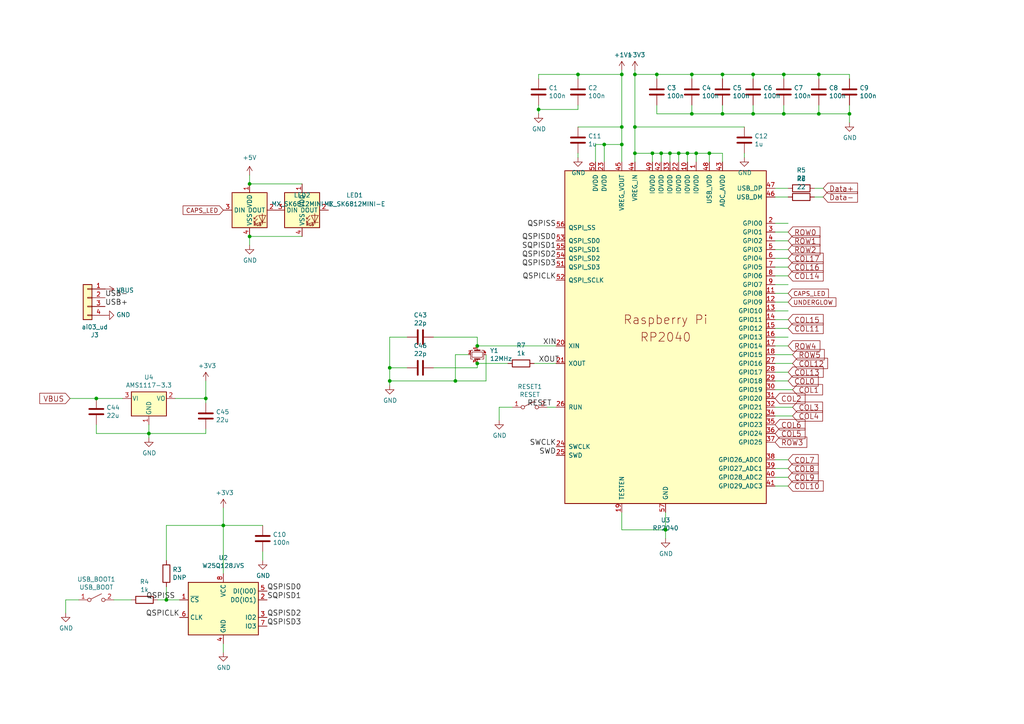
<source format=kicad_sch>
(kicad_sch (version 20211123) (generator eeschema)
  (paper "A4")
  (lib_symbols
    (symbol "Connector:USB_C_Receptacle_USB2.0" (pin_names (offset 1.016))
      (property "Reference" "J" (at -10.16 19.05 0))
      (property "Value" "USB_C_Receptacle_USB2.0" (at 19.05 19.05 0))
      (symbol "USB_C_Receptacle_USB2.0_1_1"
        (pin passive line (at 0 -22.86 90) (length 5.08) (name "GND") (number "A1"))
        (pin passive line (at 0 -22.86 90) (length 5.08) hide (name "GND") (number "A12"))
        (pin passive line (at 15.24 15.24 180) (length 5.08) (name "VBUS") (number "A4"))
        (pin bidirectional line (at 15.24 10.16 180) (length 5.08) (name "CC1") (number "A5"))
        (pin bidirectional line (at 15.24 -2.54 180) (length 5.08) (name "D+") (number "A6"))
        (pin bidirectional line (at 15.24 2.54 180) (length 5.08) (name "D-") (number "A7"))
        (pin bidirectional line (at 15.24 -12.7 180) (length 5.08) (name "SBU1") (number "A8"))
        (pin passive line (at 15.24 15.24 180) (length 5.08) hide (name "VBUS") (number "A9"))
        (pin passive line (at 0 -22.86 90) (length 5.08) hide (name "GND") (number "B1"))
        (pin passive line (at 0 -22.86 90) (length 5.08) hide (name "GND") (number "B12"))
        (pin passive line (at 15.24 15.24 180) (length 5.08) hide (name "VBUS") (number "B4"))
        (pin bidirectional line (at 15.24 7.62 180) (length 5.08) (name "CC2") (number "B5"))
        (pin bidirectional line (at 15.24 -5.08 180) (length 5.08) (name "D+") (number "B6"))
        (pin bidirectional line (at 15.24 0 180) (length 5.08) (name "D-") (number "B7"))
        (pin bidirectional line (at 15.24 -15.24 180) (length 5.08) (name "SBU2") (number "B8"))
        (pin passive line (at 15.24 15.24 180) (length 5.08) hide (name "VBUS") (number "B9"))
        (pin passive line (at -7.62 -22.86 90) (length 5.08) (name "SHIELD") (number "S1"))
      )
    )
    (symbol "Connector_Generic:Conn_01x04" (pin_names hide)
      (property "Reference" "J" (at 0 5.08 0))
      (property "Value" "Conn_01x04" (at 0 -7.62 0))
      (symbol "Conn_01x04_1_1"
        (pin passive line (at -5.08 2.54 0) (length 3.81) (name "Pin_1") (number "1"))
        (pin passive line (at -5.08 0 0) (length 3.81) (name "Pin_2") (number "2"))
        (pin passive line (at -5.08 -2.54 0) (length 3.81) (name "Pin_3") (number "3"))
        (pin passive line (at -5.08 -5.08 0) (length 3.81) (name "Pin_4") (number "4"))
      )
    )
    (symbol "Device:C" (pin_numbers hide) (pin_names (offset 0.254))
      (property "Reference" "C" (at 0.635 2.54 0))
      (property "Value" "C" (at 0.635 -2.54 0))
      (symbol "C_1_1"
        (pin passive line (at 0 3.81 270) (length 2.794) (name "~") (number "1"))
        (pin passive line (at 0 -3.81 90) (length 2.794) (name "~") (number "2"))
      )
    )
    (symbol "Device:Crystal_GND24_Small" (pin_names (offset 1.016) hide)
      (property "Reference" "Y" (at 1.27 4.445 0))
      (property "Value" "Crystal_GND24_Small" (at 1.27 2.54 0))
      (symbol "Crystal_GND24_Small_1_1"
        (pin passive line (at -2.54 0 0) (length 1.27) (name "1") (number "1"))
        (pin passive line (at 0 -2.54 90) (length 0.635) (name "2") (number "2"))
        (pin passive line (at 2.54 0 180) (length 1.27) (name "3") (number "3"))
        (pin passive line (at 0 2.54 270) (length 0.635) (name "4") (number "4"))
      )
    )
    (symbol "Device:R" (pin_numbers hide) (pin_names (offset 0))
      (property "Reference" "R" (at 2.032 0 90))
      (property "Value" "R" (at 0 0 90))
      (symbol "R_1_1"
        (pin passive line (at 0 3.81 270) (length 1.27) (name "~") (number "1"))
        (pin passive line (at 0 -3.81 90) (length 1.27) (name "~") (number "2"))
      )
    )
    (symbol "LED:WS2812B" (pin_names (offset 0.254))
      (property "Reference" "D" (at 5.08 5.715 0))
      (property "Value" "WS2812B" (at 1.27 -5.715 0))
      (symbol "WS2812B_0_0"
        (text "RGB" (at 2.286 -4.191 0) (effects (font (size 0.762 0.762))))
      )
      (symbol "WS2812B_1_1"
        (pin power_in line (at 0 7.62 270) (length 2.54) (name "VDD") (number "1"))
        (pin output line (at 7.62 0 180) (length 2.54) (name "DOUT") (number "2"))
        (pin power_in line (at 0 -7.62 90) (length 2.54) (name "VSS") (number "3"))
        (pin input line (at -7.62 0 0) (length 2.54) (name "DIN") (number "4"))
      )
    )
    (symbol "MCU_RaspberryPi_RP2040:RP2040" (pin_names (offset 1.016))
      (property "Reference" "U" (at -29.21 49.53 0))
      (property "Value" "RP2040" (at 24.13 -49.53 0))
      (symbol "RP2040_0_0"
        (text "Raspberry Pi" (at 0 5.08 0) (effects (font (size 2.54 2.54))))
        (text "RP2040" (at 0 0 0) (effects (font (size 2.54 2.54))))
      )
      (symbol "RP2040_1_1"
        (pin power_in line (at 8.89 50.8 270) (length 2.54) (name "IOVDD") (number "1"))
        (pin power_in line (at 6.35 50.8 270) (length 2.54) (name "IOVDD") (number "10"))
        (pin bidirectional line (at 31.75 12.7 180) (length 2.54) (name "GPIO8") (number "11"))
        (pin bidirectional line (at 31.75 10.16 180) (length 2.54) (name "GPIO9") (number "12"))
        (pin bidirectional line (at 31.75 7.62 180) (length 2.54) (name "GPIO10") (number "13"))
        (pin bidirectional line (at 31.75 5.08 180) (length 2.54) (name "GPIO11") (number "14"))
        (pin bidirectional line (at 31.75 2.54 180) (length 2.54) (name "GPIO12") (number "15"))
        (pin bidirectional line (at 31.75 0 180) (length 2.54) (name "GPIO13") (number "16"))
        (pin bidirectional line (at 31.75 -2.54 180) (length 2.54) (name "GPIO14") (number "17"))
        (pin bidirectional line (at 31.75 -5.08 180) (length 2.54) (name "GPIO15") (number "18"))
        (pin passive line (at -12.7 -50.8 90) (length 2.54) (name "TESTEN") (number "19"))
        (pin bidirectional line (at 31.75 33.02 180) (length 2.54) (name "GPIO0") (number "2"))
        (pin input line (at -31.75 -2.54 0) (length 2.54) (name "XIN") (number "20"))
        (pin passive line (at -31.75 -7.62 0) (length 2.54) (name "XOUT") (number "21"))
        (pin power_in line (at 3.81 50.8 270) (length 2.54) (name "IOVDD") (number "22"))
        (pin power_in line (at -17.78 50.8 270) (length 2.54) (name "DVDD") (number "23"))
        (pin output line (at -31.75 -31.75 0) (length 2.54) (name "SWCLK") (number "24"))
        (pin bidirectional line (at -31.75 -34.29 0) (length 2.54) (name "SWD") (number "25"))
        (pin input line (at -31.75 -20.32 0) (length 2.54) (name "RUN") (number "26"))
        (pin bidirectional line (at 31.75 -7.62 180) (length 2.54) (name "GPIO16") (number "27"))
        (pin bidirectional line (at 31.75 -10.16 180) (length 2.54) (name "GPIO17") (number "28"))
        (pin bidirectional line (at 31.75 -12.7 180) (length 2.54) (name "GPIO18") (number "29"))
        (pin bidirectional line (at 31.75 30.48 180) (length 2.54) (name "GPIO1") (number "3"))
        (pin bidirectional line (at 31.75 -15.24 180) (length 2.54) (name "GPIO19") (number "30"))
        (pin bidirectional line (at 31.75 -17.78 180) (length 2.54) (name "GPIO20") (number "31"))
        (pin bidirectional line (at 31.75 -20.32 180) (length 2.54) (name "GPIO21") (number "32"))
        (pin power_in line (at 1.27 50.8 270) (length 2.54) (name "IOVDD") (number "33"))
        (pin bidirectional line (at 31.75 -22.86 180) (length 2.54) (name "GPIO22") (number "34"))
        (pin bidirectional line (at 31.75 -25.4 180) (length 2.54) (name "GPIO23") (number "35"))
        (pin bidirectional line (at 31.75 -27.94 180) (length 2.54) (name "GPIO24") (number "36"))
        (pin bidirectional line (at 31.75 -30.48 180) (length 2.54) (name "GPIO25") (number "37"))
        (pin bidirectional line (at 31.75 -35.56 180) (length 2.54) (name "GPIO26_ADC0") (number "38"))
        (pin bidirectional line (at 31.75 -38.1 180) (length 2.54) (name "GPIO27_ADC1") (number "39"))
        (pin bidirectional line (at 31.75 27.94 180) (length 2.54) (name "GPIO2") (number "4"))
        (pin bidirectional line (at 31.75 -40.64 180) (length 2.54) (name "GPIO28_ADC2") (number "40"))
        (pin bidirectional line (at 31.75 -43.18 180) (length 2.54) (name "GPIO29_ADC3") (number "41"))
        (pin power_in line (at -1.27 50.8 270) (length 2.54) (name "IOVDD") (number "42"))
        (pin power_in line (at 16.51 50.8 270) (length 2.54) (name "ADC_AVDD") (number "43"))
        (pin power_in line (at -8.89 50.8 270) (length 2.54) (name "VREG_IN") (number "44"))
        (pin power_out line (at -12.7 50.8 270) (length 2.54) (name "VREG_VOUT") (number "45"))
        (pin bidirectional line (at 31.75 40.64 180) (length 2.54) (name "USB_DM") (number "46"))
        (pin bidirectional line (at 31.75 43.18 180) (length 2.54) (name "USB_DP") (number "47"))
        (pin power_in line (at 12.7 50.8 270) (length 2.54) (name "USB_VDD") (number "48"))
        (pin power_in line (at -3.81 50.8 270) (length 2.54) (name "IOVDD") (number "49"))
        (pin bidirectional line (at 31.75 25.4 180) (length 2.54) (name "GPIO3") (number "5"))
        (pin power_in line (at -20.32 50.8 270) (length 2.54) (name "DVDD") (number "50"))
        (pin bidirectional line (at -31.75 20.32 0) (length 2.54) (name "QSPI_SD3") (number "51"))
        (pin output line (at -31.75 16.51 0) (length 2.54) (name "QSPI_SCLK") (number "52"))
        (pin bidirectional line (at -31.75 27.94 0) (length 2.54) (name "QSPI_SD0") (number "53"))
        (pin bidirectional line (at -31.75 22.86 0) (length 2.54) (name "QSPI_SD2") (number "54"))
        (pin bidirectional line (at -31.75 25.4 0) (length 2.54) (name "QSPI_SD1") (number "55"))
        (pin bidirectional line (at -31.75 31.75 0) (length 2.54) (name "QSPI_SS") (number "56"))
        (pin power_in line (at 0 -50.8 90) (length 2.54) (name "GND") (number "57"))
        (pin bidirectional line (at 31.75 22.86 180) (length 2.54) (name "GPIO4") (number "6"))
        (pin bidirectional line (at 31.75 20.32 180) (length 2.54) (name "GPIO5") (number "7"))
        (pin bidirectional line (at 31.75 17.78 180) (length 2.54) (name "GPIO6") (number "8"))
        (pin bidirectional line (at 31.75 15.24 180) (length 2.54) (name "GPIO7") (number "9"))
      )
    )
    (symbol "Memory_Flash:W25Q128JVS"
      (property "Reference" "U" (at -8.89 8.89 0))
      (property "Value" "W25Q128JVS" (at 7.62 8.89 0))
      (symbol "W25Q128JVS_1_1"
        (pin input line (at -12.7 2.54 0) (length 2.54) (name "~{CS}") (number "1"))
        (pin bidirectional line (at 12.7 2.54 180) (length 2.54) (name "DO(IO1)") (number "2"))
        (pin bidirectional line (at 12.7 -2.54 180) (length 2.54) (name "IO2") (number "3"))
        (pin power_in line (at 0 -10.16 90) (length 2.54) (name "GND") (number "4"))
        (pin bidirectional line (at 12.7 5.08 180) (length 2.54) (name "DI(IO0)") (number "5"))
        (pin input line (at -12.7 -2.54 0) (length 2.54) (name "CLK") (number "6"))
        (pin bidirectional line (at 12.7 -5.08 180) (length 2.54) (name "IO3") (number "7"))
        (pin power_in line (at 0 10.16 270) (length 2.54) (name "VCC") (number "8"))
      )
    )
    (symbol "Power:GND" (power) (pin_names (offset 0))
      (property "Value" "GND" (at 0 -3.81 0))
      (symbol "GND_1_1"
        (pin power_in line (at 0 0 270) (length 0) hide (name "GND") (number "1"))
      )
    )
    (symbol "Power:VBUS" (power) (pin_names (offset 0))
      (property "Value" "VBUS" (at 0 3.81 0))
      (symbol "VBUS_1_1"
        (pin power_in line (at 0 0 90) (length 0) hide (name "VBUS") (number "1"))
      )
    )
    (symbol "Power_Protection:USBLC6-2SC6" (pin_names hide)
      (property "Reference" "U" (at 2.54 8.89 0))
      (property "Value" "USBLC6-2SC6" (at 2.54 -8.89 0))
      (symbol "USBLC6-2SC6_1_1"
        (pin passive line (at -10.16 -2.54 0) (length 2.54) (name "I/O1") (number "1"))
        (pin passive line (at 0 -10.16 90) (length 2.54) (name "GND") (number "2"))
        (pin passive line (at 10.16 -2.54 180) (length 2.54) (name "I/O2") (number "3"))
        (pin passive line (at 10.16 2.54 180) (length 2.54) (name "I/O2") (number "4"))
        (pin passive line (at 0 10.16 270) (length 2.54) (name "VBUS") (number "5"))
        (pin passive line (at -10.16 2.54 0) (length 2.54) (name "I/O1") (number "6"))
      )
    )
    (symbol "Regulator_Linear:AMS1117-3.3" (pin_names (offset 0.254))
      (property "Reference" "U" (at -3.81 3.175 0))
      (property "Value" "AMS1117-3.3" (at 0 3.175 0))
      (symbol "AMS1117-3.3_1_1"
        (pin power_in line (at 0 -7.62 90) (length 2.54) (name "GND") (number "1"))
        (pin power_out line (at 7.62 0 180) (length 2.54) (name "VO") (number "2"))
        (pin power_in line (at -7.62 0 0) (length 2.54) (name "VI") (number "3"))
      )
    )
    (symbol "Switch:SW_SPST" (pin_names (offset 0) hide)
      (property "Reference" "SW" (at 0 3.175 0))
      (property "Value" "SW_SPST" (at 0 -2.54 0))
      (symbol "SW_SPST_1_1"
        (pin passive line (at -5.08 0 0) (length 2.54) (name "A") (number "1"))
        (pin passive line (at 5.08 0 180) (length 2.54) (name "B") (number "2"))
      )
    )
    (symbol "bakeneko-60-pcb-rescue:D-Device" (pin_numbers hide) (pin_names (offset 1.016) hide)
      (property "Reference" "D" (at 0 2.54 0))
      (property "Value" "D-Device" (at 0 -2.54 0))
      (symbol "D-Device_1_1"
        (pin passive line (at -3.81 0 0) (length 2.54) (name "K") (number "1"))
        (pin passive line (at 3.81 0 180) (length 2.54) (name "A") (number "2"))
      )
    )
    (symbol "bakeneko-60-pcb-rescue:SW_SPST-Switch" (pin_names (offset 0) hide)
      (property "Reference" "SW" (at 0 3.175 0))
      (property "Value" "SW_SPST-Switch" (at 0 -2.54 0))
      (symbol "SW_SPST-Switch_1_1"
        (pin passive line (at -5.08 0 0) (length 2.54) (name "A") (number "1"))
        (pin passive line (at 5.08 0 180) (length 2.54) (name "B") (number "2"))
      )
    )
    (symbol "marbastlib-mx:MX_SK6812MINI-E"
      (property "Reference" "LED" (at 2.54 -6.35 0))
      (property "Value" "MX_SK6812MINI-E" (at 10.16 6.35 0))
      (symbol "MX_SK6812MINI-E_0_0"
        (text "RGB" (at 2.286 -4.191 0) (effects (font (size 0.762 0.762))))
      )
      (symbol "MX_SK6812MINI-E_1_1"
        (pin power_in line (at 0 7.62 270) (length 2.54) (name "VDD") (number "1"))
        (pin output line (at 7.62 0 180) (length 2.54) (name "DOUT") (number "2"))
        (pin input line (at -7.62 0 0) (length 2.54) (name "DIN") (number "3"))
        (pin power_in line (at 0 -7.62 90) (length 2.54) (name "VSS") (number "4"))
      )
    )
    (symbol "power:+1V1" (power) (pin_names (offset 0))
      (property "Value" "+1V1" (at 0 3.556 0))
      (symbol "+1V1_1_1"
        (pin power_in line (at 0 0 90) (length 0) hide (name "+1V1") (number "1"))
      )
    )
    (symbol "power:+3V3" (power) (pin_names (offset 0))
      (property "Value" "+3V3" (at 0 3.556 0))
      (symbol "+3V3_1_1"
        (pin power_in line (at 0 0 90) (length 0) hide (name "+3V3") (number "1"))
      )
    )
    (symbol "power:+5V" (power) (pin_names (offset 0))
      (property "Value" "+5V" (at 0 3.556 0))
      (symbol "+5V_1_1"
        (pin power_in line (at 0 0 90) (length 0) hide (name "+5V") (number "1"))
      )
    )
    (symbol "power:GND" (power) (pin_names (offset 0))
      (property "Value" "GND" (at 0 -3.81 0))
      (symbol "GND_1_1"
        (pin power_in line (at 0 0 270) (length 0) hide (name "GND") (number "1"))
      )
    )
    (symbol "power:PWR_FLAG" (power) (pin_numbers hide) (pin_names (offset 0) hide)
      (property "Value" "PWR_FLAG" (at 0 3.81 0))
      (symbol "PWR_FLAG_0_0"
        (pin power_out line (at 0 0 90) (length 0) (name "pwr") (number "1"))
      )
    )
  )
  (junction (at 269.24 290.83))
  (junction (at 330.2 -31.75))
  (junction (at 87.63 273.05))
  (junction (at 171.45 290.83))
  (junction (at 330.2 -46.99))
  (junction (at 101.6 354.33))
  (junction (at 217.17 300.99))
  (junction (at 27.94 115.57))
  (junction (at 62.23 -59.69))
  (junction (at 143.51 344.17))
  (junction (at 199.39 44.45))
  (junction (at 259.08 354.33))
  (junction (at 161.29 265.43))
  (junction (at 171.45 308.61))
  (junction (at 259.08 318.77))
  (junction (at 452.12 -46.99))
  (junction (at 217.17 336.55))
  (junction (at 227.33 21.59))
  (junction (at 199.39 326.39))
  (junction (at 231.14 283.21))
  (junction (at 161.29 300.99))
  (junction (at 115.57 344.17))
  (junction (at 269.24 300.99))
  (junction (at 133.35 265.43))
  (junction (at 184.15 36.83))
  (junction (at 254 -31.75))
  (junction (at 175.26 283.21))
  (junction (at 185.42 308.61))
  (junction (at 180.34 21.59))
  (junction (at 105.41 265.43))
  (junction (at 101.6 308.61))
  (junction (at 334.01 361.95))
  (junction (at 218.44 33.02))
  (junction (at 161.29 318.77))
  (junction (at 157.48 326.39))
  (junction (at 91.44 336.55))
  (junction (at 115.57 290.83))
  (junction (at 161.29 354.33))
  (junction (at 87.63 318.77))
  (junction (at 227.33 344.17))
  (junction (at 246.38 33.02))
  (junction (at 320.04 290.83))
  (junction (at 147.32 300.99))
  (junction (at 208.28 -46.99))
  (junction (at 105.41 318.77))
  (junction (at 203.2 318.77))
  (junction (at 129.54 326.39))
  (junction (at 113.03 106.68))
  (junction (at 200.66 33.02))
  (junction (at 436.88 -46.99))
  (junction (at 334.01 273.05))
  (junction (at 72.39 68.58))
  (junction (at 273.05 283.21))
  (junction (at 64.77 152.4))
  (junction (at 323.85 283.21))
  (junction (at 255.27 290.83))
  (junction (at 175.26 300.99))
  (junction (at 269.24 -31.75))
  (junction (at 227.33 326.39))
  (junction (at 171.45 344.17))
  (junction (at 171.45 326.39))
  (junction (at 105.41 354.33))
  (junction (at 87.63 308.61))
  (junction (at 323.85 265.43))
  (junction (at 184.15 21.59))
  (junction (at 161.29 336.55))
  (junction (at 132.08 110.49))
  (junction (at 72.39 53.34))
  (junction (at 238.76 -46.99))
  (junction (at 143.51 326.39))
  (junction (at 241.3 354.33))
  (junction (at 208.28 -31.75))
  (junction (at 323.85 300.99))
  (junction (at 218.44 21.59))
  (junction (at 185.42 290.83))
  (junction (at 101.6 290.83))
  (junction (at 129.54 344.17))
  (junction (at 191.77 44.45))
  (junction (at 213.36 326.39))
  (junction (at 143.51 290.83))
  (junction (at 323.85 336.55))
  (junction (at 314.96 -31.75))
  (junction (at 255.27 361.95))
  (junction (at 138.43 100.33))
  (junction (at 203.2 283.21))
  (junction (at 193.04 153.67))
  (junction (at 360.68 -46.99))
  (junction (at 223.52 -46.99))
  (junction (at 299.72 -31.75))
  (junction (at 203.2 265.43))
  (junction (at 115.57 273.05))
  (junction (at 101.6 273.05))
  (junction (at 269.24 -46.99))
  (junction (at 101.6 326.39))
  (junction (at 255.27 308.61))
  (junction (at 101.6 361.95))
  (junction (at 227.33 273.05))
  (junction (at 193.04 -31.75))
  (junction (at 91.44 265.43))
  (junction (at 309.88 283.21))
  (junction (at 213.36 273.05))
  (junction (at 199.39 290.83))
  (junction (at 255.27 336.55))
  (junction (at 227.33 308.61))
  (junction (at 421.64 -31.75))
  (junction (at 337.82 283.21))
  (junction (at 241.3 308.61))
  (junction (at 334.01 290.83))
  (junction (at 255.27 344.17))
  (junction (at 157.48 290.83))
  (junction (at 375.92 -31.75))
  (junction (at 203.2 300.99))
  (junction (at 241.3 361.95))
  (junction (at 147.32 318.77))
  (junction (at 223.52 -31.75))
  (junction (at 259.08 336.55))
  (junction (at 241.3 326.39))
  (junction (at 284.48 -31.75))
  (junction (at 129.54 273.05))
  (junction (at 8.89 -52.07))
  (junction (at 259.08 283.21))
  (junction (at 320.04 308.61))
  (junction (at 48.26 173.99))
  (junction (at 238.76 -31.75))
  (junction (at 189.23 318.77))
  (junction (at 101.6 344.17))
  (junction (at 167.64 21.59))
  (junction (at 143.51 308.61))
  (junction (at 283.21 290.83))
  (junction (at 87.63 354.33))
  (junction (at 259.08 298.45))
  (junction (at 269.24 344.17))
  (junction (at 77.47 336.55))
  (junction (at 184.15 44.45))
  (junction (at 213.36 344.17))
  (junction (at 241.3 273.05))
  (junction (at 199.39 344.17))
  (junction (at 245.11 354.33))
  (junction (at 115.57 361.95))
  (junction (at 436.88 -31.75))
  (junction (at 254 -46.99))
  (junction (at 77.47 283.21))
  (junction (at 171.45 361.95))
  (junction (at 259.08 314.96))
  (junction (at 115.57 354.33))
  (junction (at 309.88 265.43))
  (junction (at 185.42 344.17))
  (junction (at 59.69 115.57))
  (junction (at 269.24 318.77))
  (junction (at 269.24 273.05))
  (junction (at 189.23 44.45))
  (junction (at 309.88 300.99))
  (junction (at 255.27 354.33))
  (junction (at 320.04 273.05))
  (junction (at 91.44 318.77))
  (junction (at 200.66 21.59))
  (junction (at 113.03 110.49))
  (junction (at 227.33 290.83))
  (junction (at 77.47 332.74))
  (junction (at 189.23 265.43))
  (junction (at 185.42 326.39))
  (junction (at 320.04 361.95))
  (junction (at 180.34 41.91))
  (junction (at 87.63 290.83))
  (junction (at 231.14 300.99))
  (junction (at 77.47 265.43))
  (junction (at 1.27 -45.72))
  (junction (at 284.48 -46.99))
  (junction (at 87.63 336.55))
  (junction (at 199.39 308.61))
  (junction (at 217.17 318.77))
  (junction (at 209.55 21.59))
  (junction (at 143.51 273.05))
  (junction (at 119.38 318.77))
  (junction (at 43.18 125.73))
  (junction (at 345.44 -46.99))
  (junction (at 452.12 -31.75))
  (junction (at 77.47 318.77))
  (junction (at 345.44 -31.75))
  (junction (at 237.49 21.59))
  (junction (at 283.21 283.21))
  (junction (at 147.32 283.21))
  (junction (at 171.45 354.33))
  (junction (at 205.74 44.45))
  (junction (at 231.14 318.77))
  (junction (at 259.08 300.99))
  (junction (at 406.4 -46.99))
  (junction (at 245.11 346.71))
  (junction (at 237.49 33.02))
  (junction (at 391.16 -31.75))
  (junction (at 227.33 33.02))
  (junction (at 314.96 -46.99))
  (junction (at 217.17 265.43))
  (junction (at 269.24 361.95))
  (junction (at 375.92 -46.99))
  (junction (at 74.93 -59.69))
  (junction (at 115.57 326.39))
  (junction (at 337.82 265.43))
  (junction (at 299.72 -46.99))
  (junction (at 231.14 336.55))
  (junction (at 406.4 -31.75))
  (junction (at 391.16 -46.99))
  (junction (at 231.14 265.43))
  (junction (at 115.57 308.61))
  (junction (at 91.44 283.21))
  (junction (at 269.24 308.61))
  (junction (at 190.5 21.59))
  (junction (at 199.39 273.05))
  (junction (at 133.35 300.99))
  (junction (at 213.36 308.61))
  (junction (at 129.54 290.83))
  (junction (at 209.55 33.02))
  (junction (at 255.27 273.05))
  (junction (at 175.26 265.43))
  (junction (at 227.33 361.95))
  (junction (at 180.34 36.83))
  (junction (at 129.54 308.61))
  (junction (at 105.41 336.55))
  (junction (at 77.47 314.96))
  (junction (at 91.44 300.99))
  (junction (at 185.42 273.05))
  (junction (at 213.36 290.83))
  (junction (at 1.27 -40.64))
  (junction (at 157.48 308.61))
  (junction (at 245.11 283.21))
  (junction (at 105.41 300.99))
  (junction (at 87.63 361.95))
  (junction (at 189.23 283.21))
  (junction (at 138.43 105.41))
  (junction (at 189.23 300.99))
  (junction (at 147.32 265.43))
  (junction (at 133.35 283.21))
  (junction (at 245.11 265.43))
  (junction (at 194.31 44.45))
  (junction (at 91.44 354.33))
  (junction (at 175.26 318.77))
  (junction (at 157.48 273.05))
  (junction (at 133.35 318.77))
  (junction (at 82.55 -59.69))
  (junction (at 337.82 300.99))
  (junction (at 269.24 354.33))
  (junction (at 201.93 44.45))
  (junction (at 87.63 326.39))
  (junction (at 87.63 344.17))
  (junction (at 360.68 -31.75))
  (junction (at 193.04 -46.99))
  (junction (at 119.38 283.21))
  (junction (at 119.38 265.43))
  (junction (at 245.11 300.99))
  (junction (at 217.17 283.21))
  (junction (at 196.85 44.45))
  (junction (at 241.3 290.83))
  (junction (at 259.08 265.43))
  (junction (at 119.38 300.99))
  (junction (at 231.14 354.33))
  (junction (at 77.47 300.99))
  (junction (at 245.11 336.55))
  (junction (at 421.64 -46.99))
  (junction (at 105.41 283.21))
  (junction (at 77.47 354.33))
  (junction (at 157.48 344.17))
  (junction (at 171.45 273.05))
  (junction (at 161.29 283.21))
  (junction (at 334.01 308.61))
  (junction (at 241.3 344.17))
  (junction (at 156.21 31.75))
  (junction (at 175.26 41.91))
  (no_connect (at -24.13 -21.59))
  (no_connect (at -1.27 -29.21))
  (wire (pts (xy 208.28 -46.99) (xy 223.52 -46.99)))
  (wire (pts (xy 255.27 344.17) (xy 269.24 344.17)))
  (wire (pts (xy 135.89 102.87) (xy 132.08 102.87)))
  (wire (pts (xy 209.55 46.99) (xy 209.55 44.45)))
  (wire (pts (xy 208.28 -31.75) (xy 223.52 -31.75)))
  (wire (pts (xy 194.31 46.99) (xy 194.31 44.45)))
  (wire (pts (xy 77.47 336.55) (xy 77.47 354.33)))
  (wire (pts (xy 241.3 344.17) (xy 255.27 344.17)))
  (wire (pts (xy 217.17 250.19) (xy 217.17 265.43)))
  (wire (pts (xy 91.44 318.77) (xy 91.44 336.55)))
  (wire (pts (xy 199.39 308.61) (xy 213.36 308.61)))
  (wire (pts (xy 87.63 273.05) (xy 101.6 273.05)))
  (wire (pts (xy 284.48 -31.75) (xy 299.72 -31.75)))
  (wire (pts (xy 283.21 290.83) (xy 320.04 290.83)))
  (wire (pts (xy 269.24 314.96) (xy 269.24 318.77)))
  (wire (pts (xy 257.81 373.38) (xy 255.27 373.38)))
  (wire (pts (xy 161.29 354.33) (xy 161.29 373.38)))
  (wire (pts (xy 213.36 308.61) (xy 227.33 308.61)))
  (wire (pts (xy 269.24 290.83) (xy 255.27 290.83)))
  (wire (pts (xy 77.47 332.74) (xy 77.47 336.55)))
  (wire (pts (xy 143.51 308.61) (xy 157.48 308.61)))
  (wire (pts (xy 133.35 300.99) (xy 133.35 318.77)))
  (wire (pts (xy 323.85 250.19) (xy 323.85 265.43)))
  (wire (pts (xy 287.02 293.37) (xy 287.02 283.21)))
  (wire (pts (xy 161.29 105.41) (xy 154.94 105.41)))
  (wire (pts (xy 72.39 68.58) (xy 87.63 68.58)))
  (wire (pts (xy 199.39 44.45) (xy 196.85 44.45)))
  (wire (pts (xy 143.51 290.83) (xy 129.54 290.83)))
  (wire (pts (xy 345.44 -31.75) (xy 360.68 -31.75)))
  (wire (pts (xy 105.41 373.38) (xy 105.41 354.33)))
  (wire (pts (xy 171.45 354.33) (xy 173.99 354.33)))
  (wire (pts (xy 227.33 22.86) (xy 227.33 21.59)))
  (wire (pts (xy 224.79 72.39) (xy 228.6 72.39)))
  (wire (pts (xy 269.24 361.95) (xy 255.27 361.95)))
  (wire (pts (xy 196.85 44.45) (xy 194.31 44.45)))
  (wire (pts (xy 157.48 290.83) (xy 143.51 290.83)))
  (wire (pts (xy 59.69 125.73) (xy 43.18 125.73)))
  (wire (pts (xy 269.24 354.33) (xy 271.78 354.33)))
  (wire (pts (xy 238.76 -31.75) (xy 254 -31.75)))
  (wire (pts (xy 43.18 125.73) (xy 43.18 127)))
  (wire (pts (xy 175.26 318.77) (xy 175.26 300.99)))
  (wire (pts (xy 171.45 361.95) (xy 227.33 361.95)))
  (wire (pts (xy 213.36 326.39) (xy 199.39 326.39)))
  (wire (pts (xy 1.27 -40.64) (xy 1.27 -39.37)))
  (wire (pts (xy 436.88 -31.75) (xy 452.12 -31.75)))
  (wire (pts (xy 269.24 361.95) (xy 320.04 361.95)))
  (wire (pts (xy 157.48 273.05) (xy 171.45 273.05)))
  (wire (pts (xy 191.77 46.99) (xy 191.77 44.45)))
  (wire (pts (xy 20.32 115.57) (xy 27.94 115.57)))
  (wire (pts (xy 180.34 46.99) (xy 180.34 41.91)))
  (wire (pts (xy 175.26 250.19) (xy 175.26 265.43)))
  (wire (pts (xy 129.54 308.61) (xy 143.51 308.61)))
  (wire (pts (xy 224.79 118.11) (xy 229.87 118.11)))
  (wire (pts (xy 228.6 95.25) (xy 224.79 95.25)))
  (wire (pts (xy 241.3 326.39) (xy 227.33 326.39)))
  (wire (pts (xy 1.27 -46.99) (xy 1.27 -45.72)))
  (wire (pts (xy 104.14 354.33) (xy 104.14 373.38)))
  (wire (pts (xy 77.47 283.21) (xy 77.47 300.99)))
  (wire (pts (xy 320.04 361.95) (xy 334.01 361.95)))
  (wire (pts (xy 185.42 290.83) (xy 171.45 290.83)))
  (wire (pts (xy -1.27 -52.07) (xy 8.89 -52.07)))
  (wire (pts (xy 140.97 102.87) (xy 140.97 110.49)))
  (wire (pts (xy 1.27 -45.72) (xy 59.69 -45.72)))
  (wire (pts (xy 299.72 -31.75) (xy 314.96 -31.75)))
  (wire (pts (xy 129.54 326.39) (xy 115.57 326.39)))
  (wire (pts (xy 209.55 44.45) (xy 205.74 44.45)))
  (wire (pts (xy 375.92 -46.99) (xy 391.16 -46.99)))
  (wire (pts (xy 101.6 290.83) (xy 87.63 290.83)))
  (wire (pts (xy 101.6 273.05) (xy 115.57 273.05)))
  (wire (pts (xy 237.49 22.86) (xy 237.49 21.59)))
  (wire (pts (xy 236.22 54.61) (xy 238.76 54.61)))
  (wire (pts (xy 323.85 265.43) (xy 323.85 283.21)))
  (wire (pts (xy 314.96 -46.99) (xy 330.2 -46.99)))
  (wire (pts (xy 271.78 354.33) (xy 271.78 373.38)))
  (wire (pts (xy 105.41 283.21) (xy 105.41 300.99)))
  (wire (pts (xy 243.84 373.38) (xy 243.84 354.33)))
  (wire (pts (xy 255.27 273.05) (xy 269.24 273.05)))
  (wire (pts (xy 203.2 300.99) (xy 203.2 318.77)))
  (wire (pts (xy 241.3 308.61) (xy 255.27 308.61)))
  (wire (pts (xy 1.27 -40.64) (xy 58.42 -40.64)))
  (wire (pts (xy 218.44 30.48) (xy 218.44 33.02)))
  (wire (pts (xy 85.09 -41.91) (xy 85.09 -24.13)))
  (wire (pts (xy 269.24 344.17) (xy 334.01 344.17)))
  (wire (pts (xy 129.54 344.17) (xy 143.51 344.17)))
  (wire (pts (xy 33.02 173.99) (xy 38.1 173.99)))
  (wire (pts (xy 64.77 152.4) (xy 48.26 152.4)))
  (wire (pts (xy 132.08 102.87) (xy 132.08 110.49)))
  (wire (pts (xy 171.45 290.83) (xy 157.48 290.83)))
  (wire (pts (xy 156.21 21.59) (xy 156.21 22.86)))
  (wire (pts (xy 238.76 -46.99) (xy 254 -46.99)))
  (wire (pts (xy 209.55 30.48) (xy 209.55 33.02)))
  (wire (pts (xy 200.66 33.02) (xy 209.55 33.02)))
  (wire (pts (xy 171.45 344.17) (xy 185.42 344.17)))
  (wire (pts (xy 334.01 308.61) (xy 347.98 308.61)))
  (wire (pts (xy 189.23 300.99) (xy 189.23 283.21)))
  (wire (pts (xy 19.05 173.99) (xy 19.05 177.8)))
  (wire (pts (xy 87.63 314.96) (xy 87.63 318.77)))
  (wire (pts (xy 223.52 -46.99) (xy 238.76 -46.99)))
  (wire (pts (xy 218.44 21.59) (xy 209.55 21.59)))
  (wire (pts (xy 161.29 100.33) (xy 138.43 100.33)))
  (wire (pts (xy 257.81 354.33) (xy 257.81 373.38)))
  (wire (pts (xy 259.08 314.96) (xy 259.08 300.99)))
  (wire (pts (xy 231.14 354.33) (xy 231.14 336.55)))
  (wire (pts (xy 115.57 326.39) (xy 101.6 326.39)))
  (wire (pts (xy 147.32 318.77) (xy 147.32 300.99)))
  (wire (pts (xy 115.57 273.05) (xy 129.54 273.05)))
  (wire (pts (xy 283.21 327.66) (xy 255.27 327.66)))
  (wire (pts (xy 254 -46.99) (xy 269.24 -46.99)))
  (wire (pts (xy 140.97 110.49) (xy 132.08 110.49)))
  (wire (pts (xy 59.69 115.57) (xy 59.69 116.84)))
  (wire (pts (xy 143.51 326.39) (xy 129.54 326.39)))
  (wire (pts (xy 241.3 373.38) (xy 243.84 373.38)))
  (wire (pts (xy 406.4 -46.99) (xy 421.64 -46.99)))
  (wire (pts (xy 227.33 21.59) (xy 218.44 21.59)))
  (wire (pts (xy 118.11 373.38) (xy 115.57 373.38)))
  (wire (pts (xy 330.2 -31.75) (xy 345.44 -31.75)))
  (wire (pts (xy 184.15 44.45) (xy 184.15 36.83)))
  (wire (pts (xy 48.26 152.4) (xy 48.26 162.56)))
  (wire (pts (xy 231.14 354.33) (xy 231.14 373.38)))
  (wire (pts (xy 246.38 30.48) (xy 246.38 33.02)))
  (wire (pts (xy 421.64 -31.75) (xy 436.88 -31.75)))
  (wire (pts (xy 215.9 36.83) (xy 184.15 36.83)))
  (wire (pts (xy 259.08 265.43) (xy 259.08 283.21)))
  (wire (pts (xy 52.07 173.99) (xy 48.26 173.99)))
  (wire (pts (xy 217.17 336.55) (xy 217.17 354.33)))
  (wire (pts (xy 27.94 125.73) (xy 43.18 125.73)))
  (wire (pts (xy 205.74 46.99) (xy 205.74 44.45)))
  (wire (pts (xy 237.49 30.48) (xy 237.49 33.02)))
  (wire (pts (xy 224.79 74.93) (xy 228.6 74.93)))
  (wire (pts (xy 269.24 298.45) (xy 269.24 300.99)))
  (wire (pts (xy 64.77 152.4) (xy 64.77 166.37)))
  (wire (pts (xy 224.79 85.09) (xy 228.6 85.09)))
  (wire (pts (xy 175.26 300.99) (xy 175.26 283.21)))
  (wire (pts (xy 55.88 273.05) (xy 87.63 273.05)))
  (wire (pts (xy 217.17 265.43) (xy 217.17 283.21)))
  (wire (pts (xy 273.05 293.37) (xy 287.02 293.37)))
  (wire (pts (xy 224.79 102.87) (xy 229.87 102.87)))
  (wire (pts (xy 189.23 283.21) (xy 189.23 265.43)))
  (wire (pts (xy -1.27 -54.61) (xy 21.59 -54.61)))
  (wire (pts (xy 189.23 336.55) (xy 189.23 318.77)))
  (wire (pts (xy 60.96 -46.99) (xy 60.96 -53.34)))
  (wire (pts (xy 245.11 354.33) (xy 245.11 373.38)))
  (wire (pts (xy 167.64 21.59) (xy 156.21 21.59)))
  (wire (pts (xy 1.27 -44.45) (xy -1.27 -44.45)))
  (wire (pts (xy 171.45 326.39) (xy 157.48 326.39)))
  (wire (pts (xy 91.44 283.21) (xy 91.44 265.43)))
  (wire (pts (xy 119.38 300.99) (xy 119.38 283.21)))
  (wire (pts (xy 224.79 105.41) (xy 229.87 105.41)))
  (wire (pts (xy 138.43 105.41) (xy 138.43 106.68)))
  (wire (pts (xy 143.51 344.17) (xy 157.48 344.17)))
  (wire (pts (xy 87.63 308.61) (xy 101.6 308.61)))
  (wire (pts (xy 171.45 361.95) (xy 115.57 361.95)))
  (wire (pts (xy 119.38 283.21) (xy 119.38 265.43)))
  (wire (pts (xy 360.68 -46.99) (xy 375.92 -46.99)))
  (wire (pts (xy 64.77 -46.99) (xy 60.96 -46.99)))
  (wire (pts (xy 245.11 250.19) (xy 245.11 265.43)))
  (wire (pts (xy 62.23 -59.69) (xy 74.93 -59.69)))
  (wire (pts (xy 228.6 100.33) (xy 224.79 100.33)))
  (wire (pts (xy 406.4 -31.75) (xy 421.64 -31.75)))
  (wire (pts (xy 201.93 44.45) (xy 199.39 44.45)))
  (wire (pts (xy 180.34 -46.99) (xy 193.04 -46.99)))
  (wire (pts (xy 209.55 33.02) (xy 218.44 33.02)))
  (wire (pts (xy 231.14 300.99) (xy 231.14 283.21)))
  (wire (pts (xy 161.29 250.19) (xy 161.29 265.43)))
  (wire (pts (xy 309.88 265.43) (xy 309.88 283.21)))
  (wire (pts (xy 87.63 344.17) (xy 101.6 344.17)))
  (wire (pts (xy 119.38 336.55) (xy 119.38 318.77)))
  (wire (pts (xy 259.08 354.33) (xy 259.08 336.55)))
  (wire (pts (xy 64.77 147.32) (xy 64.77 152.4)))
  (wire (pts (xy 167.64 22.86) (xy 167.64 21.59)))
  (wire (pts (xy 283.21 274.32) (xy 283.21 283.21)))
  (wire (pts (xy 143.51 273.05) (xy 157.48 273.05)))
  (wire (pts (xy 194.31 44.45) (xy 191.77 44.45)))
  (wire (pts (xy 105.41 318.77) (xy 105.41 336.55)))
  (wire (pts (xy 167.64 30.48) (xy 167.64 31.75)))
  (wire (pts (xy 452.12 -46.99) (xy 467.36 -46.99)))
  (wire (pts (xy 8.89 -31.75) (xy 8.89 -52.07)))
  (wire (pts (xy 213.36 344.17) (xy 227.33 344.17)))
  (wire (pts (xy 91.44 354.33) (xy 91.44 373.38)))
  (wire (pts (xy 227.33 308.61) (xy 241.3 308.61)))
  (wire (pts (xy 60.96 -53.34) (xy 63.5 -53.34)))
  (wire (pts (xy 269.24 308.61) (xy 320.04 308.61)))
  (wire (pts (xy 91.44 336.55) (xy 91.44 354.33)))
  (wire (pts (xy 241.3 273.05) (xy 255.27 273.05)))
  (wire (pts (xy 375.92 -31.75) (xy 391.16 -31.75)))
  (wire (pts (xy 184.15 46.99) (xy 184.15 44.45)))
  (wire (pts (xy 320.04 290.83) (xy 334.01 290.83)))
  (wire (pts (xy 245.11 283.21) (xy 245.11 300.99)))
  (wire (pts (xy 171.45 273.05) (xy 185.42 273.05)))
  (wire (pts (xy 323.85 283.21) (xy 323.85 300.99)))
  (wire (pts (xy 224.79 69.85) (xy 228.6 69.85)))
  (wire (pts (xy 129.54 273.05) (xy 143.51 273.05)))
  (wire (pts (xy 172.72 41.91) (xy 175.26 41.91)))
  (wire (pts (xy 64.77 -41.91) (xy 59.69 -41.91)))
  (wire (pts (xy 147.32 283.21) (xy 147.32 265.43)))
  (wire (pts (xy 189.23 44.45) (xy 184.15 44.45)))
  (wire (pts (xy 147.32 336.55) (xy 147.32 318.77)))
  (wire (pts (xy 144.78 118.11) (xy 144.78 121.92)))
  (wire (pts (xy 283.21 336.55) (xy 283.21 327.66)))
  (wire (pts (xy -1.27 -59.69) (xy 62.23 -59.69)))
  (wire (pts (xy 231.14 283.21) (xy 231.14 265.43)))
  (wire (pts (xy 224.79 138.43) (xy 228.6 138.43)))
  (wire (pts (xy 185.42 326.39) (xy 171.45 326.39)))
  (wire (pts (xy 421.64 -46.99) (xy 436.88 -46.99)))
  (wire (pts (xy 1.27 -39.37) (xy -1.27 -39.37)))
  (wire (pts (xy 228.6 87.63) (xy 224.79 87.63)))
  (wire (pts (xy 90.17 354.33) (xy 90.17 373.38)))
  (wire (pts (xy 91.44 250.19) (xy 91.44 265.43)))
  (wire (pts (xy 323.85 300.99) (xy 323.85 336.55)))
  (wire (pts (xy 273.05 250.19) (xy 273.05 283.21)))
  (wire (pts (xy 118.11 354.33) (xy 118.11 373.38)))
  (wire (pts (xy 246.38 22.86) (xy 246.38 21.59)))
  (wire (pts (xy 161.29 300.99) (xy 161.29 318.77)))
  (wire (pts (xy 203.2 318.77) (xy 203.2 336.55)))
  (wire (pts (xy 55.88 326.39) (xy 87.63 326.39)))
  (wire (pts (xy 175.26 283.21) (xy 175.26 265.43)))
  (wire (pts (xy 193.04 -46.99) (xy 208.28 -46.99)))
  (wire (pts (xy 269.24 273.05) (xy 320.04 273.05)))
  (wire (pts (xy 200.66 22.86) (xy 200.66 21.59)))
  (wire (pts (xy 133.35 250.19) (xy 133.35 265.43)))
  (wire (pts (xy 48.26 170.18) (xy 48.26 173.99)))
  (wire (pts (xy 227.33 344.17) (xy 241.3 344.17)))
  (wire (pts (xy 231.14 318.77) (xy 231.14 300.99)))
  (wire (pts (xy 115.57 308.61) (xy 129.54 308.61)))
  (wire (pts (xy -1.27 -41.91) (xy 1.27 -41.91)))
  (wire (pts (xy 55.88 290.83) (xy 87.63 290.83)))
  (wire (pts (xy 113.03 110.49) (xy 113.03 111.76)))
  (wire (pts (xy 29.21 -62.23) (xy 29.21 -54.61)))
  (wire (pts (xy 360.68 -31.75) (xy 375.92 -31.75)))
  (wire (pts (xy 50.8 115.57) (xy 59.69 115.57)))
  (wire (pts (xy 158.75 118.11) (xy 161.29 118.11)))
  (wire (pts (xy 77.47 300.99) (xy 77.47 314.96)))
  (wire (pts (xy 391.16 -46.99) (xy 406.4 -46.99)))
  (wire (pts (xy 337.82 283.21) (xy 337.82 300.99)))
  (wire (pts (xy 224.79 77.47) (xy 228.6 77.47)))
  (wire (pts (xy 129.54 290.83) (xy 115.57 290.83)))
  (wire (pts (xy 105.41 265.43) (xy 105.41 283.21)))
  (wire (pts (xy 243.84 354.33) (xy 241.3 354.33)))
  (wire (pts (xy 299.72 -46.99) (xy 314.96 -46.99)))
  (wire (pts (xy 138.43 97.79) (xy 125.73 97.79)))
  (wire (pts (xy 215.9 44.45) (xy 215.9 45.72)))
  (wire (pts (xy 227.33 273.05) (xy 241.3 273.05)))
  (wire (pts (xy 189.23 250.19) (xy 189.23 265.43)))
  (wire (pts (xy 334.01 290.83) (xy 347.98 290.83)))
  (wire (pts (xy 271.78 373.38) (xy 269.24 373.38)))
  (wire (pts (xy 190.5 33.02) (xy 200.66 33.02)))
  (wire (pts (xy 320.04 308.61) (xy 334.01 308.61)))
  (wire (pts (xy 90.17 373.38) (xy 87.63 373.38)))
  (wire (pts (xy 77.47 314.96) (xy 77.47 318.77)))
  (wire (pts (xy -1.27 -31.75) (xy 8.89 -31.75)))
  (wire (pts (xy 167.64 44.45) (xy 167.64 45.72)))
  (wire (pts (xy 259.08 250.19) (xy 259.08 265.43)))
  (wire (pts (xy 59.69 110.49) (xy 59.69 115.57)))
  (wire (pts (xy 101.6 344.17) (xy 115.57 344.17)))
  (wire (pts (xy -1.27 -46.99) (xy 1.27 -46.99)))
  (wire (pts (xy 1.27 -41.91) (xy 1.27 -40.64)))
  (wire (pts (xy 297.18 283.21) (xy 297.18 274.32)))
  (wire (pts (xy 58.42 -40.64) (xy 58.42 -24.13)))
  (wire (pts (xy 180.34 21.59) (xy 180.34 20.32)))
  (wire (pts (xy 118.11 106.68) (xy 113.03 106.68)))
  (wire (pts (xy 255.27 290.83) (xy 241.3 290.83)))
  (wire (pts (xy 175.26 336.55) (xy 175.26 318.77)))
  (wire (pts (xy 259.08 336.55) (xy 259.08 318.77)))
  (wire (pts (xy 185.42 344.17) (xy 199.39 344.17)))
  (wire (pts (xy 224.79 140.97) (xy 228.6 140.97)))
  (wire (pts (xy 72.39 68.58) (xy 72.39 71.12)))
  (wire (pts (xy 157.48 326.39) (xy 143.51 326.39)))
  (wire (pts (xy 283.21 290.83) (xy 269.24 290.83)))
  (wire (pts (xy 314.96 -31.75) (xy 330.2 -31.75)))
  (wire (pts (xy 64.77 189.23) (xy 64.77 186.69)))
  (wire (pts (xy 105.41 300.99) (xy 105.41 318.77)))
  (wire (pts (xy 259.08 298.45) (xy 259.08 283.21)))
  (wire (pts (xy 245.11 336.55) (xy 245.11 346.71)))
  (wire (pts (xy 189.23 46.99) (xy 189.23 44.45)))
  (wire (pts (xy 167.64 31.75) (xy 156.21 31.75)))
  (wire (pts (xy 138.43 100.33) (xy 138.43 97.79)))
  (wire (pts (xy 101.6 361.95) (xy 87.63 361.95)))
  (wire (pts (xy 334.01 361.95) (xy 347.98 361.95)))
  (wire (pts (xy 237.49 21.59) (xy 227.33 21.59)))
  (wire (pts (xy 76.2 152.4) (xy 64.77 152.4)))
  (wire (pts (xy 190.5 22.86) (xy 190.5 21.59)))
  (wire (pts (xy 255.27 361.95) (xy 241.3 361.95)))
  (wire (pts (xy 74.93 -34.29) (xy 74.93 -30.48)))
  (wire (pts (xy 55.88 361.95) (xy 87.63 361.95)))
  (wire (pts (xy 213.36 273.05) (xy 227.33 273.05)))
  (wire (pts (xy 320.04 273.05) (xy 334.01 273.05)))
  (wire (pts (xy 224.79 92.71) (xy 228.6 92.71)))
  (wire (pts (xy 309.88 250.19) (xy 309.88 265.43)))
  (wire (pts (xy 91.44 318.77) (xy 91.44 300.99)))
  (wire (pts (xy 223.52 -31.75) (xy 238.76 -31.75)))
  (wire (pts (xy -16.51 -21.59) (xy -16.51 -13.97)))
  (wire (pts (xy 173.99 373.38) (xy 171.45 373.38)))
  (wire (pts (xy 231.14 250.19) (xy 231.14 265.43)))
  (wire (pts (xy 209.55 22.86) (xy 209.55 21.59)))
  (wire (pts (xy 245.11 346.71) (xy 245.11 354.33)))
  (wire (pts (xy 74.93 -59.69) (xy 74.93 -54.61)))
  (wire (pts (xy 161.29 265.43) (xy 161.29 283.21)))
  (wire (pts (xy 452.12 -31.75) (xy 467.36 -31.75)))
  (wire (pts (xy 180.34 36.83) (xy 167.64 36.83)))
  (wire (pts (xy 77.47 354.33) (xy 77.47 373.38)))
  (wire (pts (xy 269.24 -46.99) (xy 284.48 -46.99)))
  (wire (pts (xy 29.21 -52.07) (xy 29.21 -36.83)))
  (wire (pts (xy 180.34 41.91) (xy 180.34 36.83)))
  (wire (pts (xy 82.55 -59.69) (xy 88.9 -59.69)))
  (wire (pts (xy 196.85 46.99) (xy 196.85 44.45)))
  (wire (pts (xy 209.55 21.59) (xy 200.66 21.59)))
  (wire (pts (xy 337.82 265.43) (xy 337.82 283.21)))
  (wire (pts (xy 227.33 30.48) (xy 227.33 33.02)))
  (wire (pts (xy 345.44 -46.99) (xy 360.68 -46.99)))
  (wire (pts (xy 48.26 173.99) (xy 45.72 173.99)))
  (wire (pts (xy 193.04 153.67) (xy 193.04 156.21)))
  (wire (pts (xy 337.82 250.19) (xy 337.82 265.43)))
  (wire (pts (xy 22.86 173.99) (xy 19.05 173.99)))
  (wire (pts (xy 179.07 -31.75) (xy 193.04 -31.75)))
  (wire (pts (xy 91.44 300.99) (xy 91.44 283.21)))
  (wire (pts (xy 224.79 90.17) (xy 228.6 90.17)))
  (wire (pts (xy 224.79 54.61) (xy 228.6 54.61)))
  (wire (pts (xy 113.03 97.79) (xy 113.03 106.68)))
  (wire (pts (xy 190.5 30.48) (xy 190.5 33.02)))
  (wire (pts (xy 203.2 250.19) (xy 203.2 265.43)))
  (wire (pts (xy 87.63 332.74) (xy 87.63 336.55)))
  (wire (pts (xy 185.42 308.61) (xy 199.39 308.61)))
  (wire (pts (xy 105.41 336.55) (xy 105.41 354.33)))
  (wire (pts (xy 255.27 308.61) (xy 269.24 308.61)))
  (wire (pts (xy 200.66 30.48) (xy 200.66 33.02)))
  (wire (pts (xy 224.79 120.65) (xy 229.87 120.65)))
  (wire (pts (xy 273.05 336.55) (xy 273.05 346.71)))
  (wire (pts (xy 246.38 21.59) (xy 237.49 21.59)))
  (wire (pts (xy 171.45 308.61) (xy 185.42 308.61)))
  (wire (pts (xy 157.48 344.17) (xy 171.45 344.17)))
  (wire (pts (xy 1.27 -45.72) (xy 1.27 -44.45)))
  (wire (pts (xy 180.34 36.83) (xy 180.34 21.59)))
  (wire (pts (xy 241.3 326.39) (xy 269.24 326.39)))
  (wire (pts (xy 115.57 361.95) (xy 101.6 361.95)))
  (wire (pts (xy 224.79 82.55) (xy 228.6 82.55)))
  (wire (pts (xy 201.93 46.99) (xy 201.93 44.45)))
  (wire (pts (xy 217.17 283.21) (xy 217.17 300.99)))
  (wire (pts (xy 224.79 80.01) (xy 228.6 80.01)))
  (wire (pts (xy 273.05 346.71) (xy 245.11 346.71)))
  (wire (pts (xy 119.38 250.19) (xy 119.38 265.43)))
  (wire (pts (xy 161.29 283.21) (xy 161.29 300.99)))
  (wire (pts (xy 175.26 41.91) (xy 180.34 41.91)))
  (wire (pts (xy 259.08 318.77) (xy 259.08 314.96)))
  (wire (pts (xy 391.16 -31.75) (xy 406.4 -31.75)))
  (wire (pts (xy 224.79 113.03) (xy 229.87 113.03)))
  (wire (pts (xy 184.15 36.83) (xy 184.15 21.59)))
  (wire (pts (xy 173.99 354.33) (xy 173.99 373.38)))
  (wire (pts (xy 148.59 118.11) (xy 144.78 118.11)))
  (wire (pts (xy 193.04 -31.75) (xy 208.28 -31.75)))
  (wire (pts (xy 133.35 283.21) (xy 133.35 300.99)))
  (wire (pts (xy 113.03 106.68) (xy 113.03 110.49)))
  (wire (pts (xy 337.82 300.99) (xy 337.82 354.33)))
  (wire (pts (xy 323.85 336.55) (xy 323.85 354.33)))
  (wire (pts (xy 241.3 290.83) (xy 227.33 290.83)))
  (wire (pts (xy 309.88 300.99) (xy 309.88 354.33)))
  (wire (pts (xy 199.39 290.83) (xy 185.42 290.83)))
  (wire (pts (xy 132.08 110.49) (xy 113.03 110.49)))
  (wire (pts (xy 105.41 250.19) (xy 105.41 265.43)))
  (wire (pts (xy 309.88 283.21) (xy 309.88 300.99)))
  (wire (pts (xy 115.57 344.17) (xy 129.54 344.17)))
  (wire (pts (xy 72.39 53.34) (xy 87.63 53.34)))
  (wire (pts (xy 224.79 64.77) (xy 228.6 64.77)))
  (wire (pts (xy 193.04 148.59) (xy 193.04 153.67)))
  (wire (pts (xy 436.88 -46.99) (xy 452.12 -46.99)))
  (wire (pts (xy 77.47 250.19) (xy 77.47 265.43)))
  (wire (pts (xy 156.21 31.75) (xy 156.21 30.48)))
  (wire (pts (xy 217.17 300.99) (xy 217.17 318.77)))
  (wire (pts (xy 191.77 44.45) (xy 189.23 44.45)))
  (wire (pts (xy 255.27 327.66) (xy 255.27 336.55)))
  (wire (pts (xy 217.17 318.77) (xy 217.17 336.55)))
  (wire (pts (xy 228.6 135.89) (xy 224.79 135.89)))
  (wire (pts (xy 72.39 50.8) (xy 72.39 53.34)))
  (wire (pts (xy 147.32 105.41) (xy 138.43 105.41)))
  (wire (pts (xy 245.11 265.43) (xy 245.11 283.21)))
  (wire (pts (xy 334.01 273.05) (xy 347.98 273.05)))
  (wire (pts (xy 27.94 123.19) (xy 27.94 125.73)))
  (wire (pts (xy 172.72 46.99) (xy 172.72 41.91)))
  (wire (pts (xy 184.15 21.59) (xy 184.15 20.32)))
  (wire (pts (xy 228.6 107.95) (xy 224.79 107.95)))
  (wire (pts (xy 238.76 57.15) (xy 236.22 57.15)))
  (wire (pts (xy 101.6 308.61) (xy 115.57 308.61)))
  (wire (pts (xy 259.08 354.33) (xy 259.08 373.38)))
  (wire (pts (xy 8.89 -52.07) (xy 21.59 -52.07)))
  (wire (pts (xy 175.26 46.99) (xy 175.26 41.91)))
  (wire (pts (xy 199.39 273.05) (xy 213.36 273.05)))
  (wire (pts (xy 147.32 250.19) (xy 147.32 265.43)))
  (wire (pts (xy 189.23 318.77) (xy 189.23 300.99)))
  (wire (pts (xy 228.6 57.15) (xy 224.79 57.15)))
  (wire (pts (xy 101.6 354.33) (xy 104.14 354.33)))
  (wire (pts (xy 224.79 110.49) (xy 228.6 110.49)))
  (wire (pts (xy 43.18 123.19) (xy 43.18 125.73)))
  (wire (pts (xy 133.35 318.77) (xy 133.35 336.55)))
  (wire (pts (xy 104.14 373.38) (xy 101.6 373.38)))
  (wire (pts (xy 203.2 283.21) (xy 203.2 300.99)))
  (wire (pts (xy 224.79 97.79) (xy 228.6 97.79)))
  (wire (pts (xy 297.18 274.32) (xy 283.21 274.32)))
  (wire (pts (xy 255.27 354.33) (xy 257.81 354.33)))
  (wire (pts (xy 185.42 273.05) (xy 199.39 273.05)))
  (wire (pts (xy 199.39 326.39) (xy 185.42 326.39)))
  (wire (pts (xy 227.33 33.02) (xy 237.49 33.02)))
  (wire (pts (xy 156.21 33.02) (xy 156.21 31.75)))
  (wire (pts (xy 246.38 33.02) (xy 246.38 35.56)))
  (wire (pts (xy 180.34 21.59) (xy 167.64 21.59)))
  (wire (pts (xy 203.2 265.43) (xy 203.2 283.21)))
  (wire (pts (xy 180.34 148.59) (xy 180.34 153.67)))
  (wire (pts (xy 231.14 336.55) (xy 231.14 318.77)))
  (wire (pts (xy 224.79 133.35) (xy 228.6 133.35)))
  (wire (pts (xy 190.5 21.59) (xy 184.15 21.59)))
  (wire (pts (xy 87.63 354.33) (xy 90.17 354.33)))
  (wire (pts (xy 59.69 124.46) (xy 59.69 125.73)))
  (wire (pts (xy 115.57 354.33) (xy 118.11 354.33)))
  (wire (pts (xy 76.2 162.56) (xy 76.2 160.02)))
  (wire (pts (xy 118.11 97.79) (xy 113.03 97.79)))
  (wire (pts (xy 147.32 300.99) (xy 147.32 283.21)))
  (wire (pts (xy 227.33 326.39) (xy 213.36 326.39)))
  (wire (pts (xy 27.94 115.57) (xy 35.56 115.57)))
  (wire (pts (xy 237.49 33.02) (xy 246.38 33.02)))
  (wire (pts (xy 119.38 318.77) (xy 119.38 300.99)))
  (wire (pts (xy 218.44 22.86) (xy 218.44 21.59)))
  (wire (pts (xy 55.88 344.17) (xy 87.63 344.17)))
  (wire (pts (xy 200.66 21.59) (xy 190.5 21.59)))
  (wire (pts (xy 157.48 308.61) (xy 171.45 308.61)))
  (wire (pts (xy 138.43 106.68) (xy 125.73 106.68)))
  (wire (pts (xy 213.36 290.83) (xy 199.39 290.83)))
  (wire (pts (xy 87.63 308.61) (xy 55.88 308.61)))
  (wire (pts (xy 58.42 -24.13) (xy 85.09 -24.13)))
  (wire (pts (xy 115.57 290.83) (xy 101.6 290.83)))
  (wire (pts (xy 85.09 -46.99) (xy 88.9 -46.99)))
  (wire (pts (xy 180.34 153.67) (xy 193.04 153.67)))
  (wire (pts (xy 245.11 300.99) (xy 245.11 336.55)))
  (wire (pts (xy 101.6 326.39) (xy 87.63 326.39)))
  (wire (pts (xy 77.47 318.77) (xy 77.47 332.74)))
  (wire (pts (xy 224.79 67.31) (xy 228.6 67.31)))
  (wire (pts (xy 161.29 336.55) (xy 161.29 354.33)))
  (wire (pts (xy 133.35 265.43) (xy 133.35 283.21)))
  (wire (pts (xy 227.33 290.83) (xy 213.36 290.83)))
  (wire (pts (xy 259.08 300.99) (xy 259.08 298.45)))
  (wire (pts (xy 273.05 283.21) (xy 273.05 293.37)))
  (wire (pts (xy 241.3 361.95) (xy 227.33 361.95)))
  (wire (pts (xy 330.2 -46.99) (xy 345.44 -46.99)))
  (wire (pts (xy 59.69 -41.91) (xy 59.69 -45.72)))
  (wire (pts (xy 205.74 44.45) (xy 201.93 44.45)))
  (wire (pts (xy 254 -31.75) (xy 269.24 -31.75)))
  (wire (pts (xy 284.48 -46.99) (xy 299.72 -46.99)))
  (wire (pts (xy 199.39 344.17) (xy 213.36 344.17)))
  (wire (pts (xy 199.39 46.99) (xy 199.39 44.45)))
  (wire (pts (xy 161.29 318.77) (xy 161.29 336.55)))
  (wire (pts (xy 74.93 -59.69) (xy 82.55 -59.69)))
  (wire (pts (xy 269.24 -31.75) (xy 284.48 -31.75)))
  (wire (pts (xy 218.44 33.02) (xy 227.33 33.02)))
  (wire (pts (xy 77.47 265.43) (xy 77.47 283.21)))
  (label "RESET" (at 160.02 118.11 180) (effects (font (size 1.524 1.524))))
  (label "SQPISD1" (at 161.29 72.39 180) (effects (font (size 1.524 1.524))))
  (label "QSPICLK" (at 52.07 179.07 180) (effects (font (size 1.524 1.524))))
  (label "QSPISS" (at 161.29 66.04 180) (effects (font (size 1.524 1.524))))
  (label "QSPISD2" (at 77.47 179.07 0) (effects (font (size 1.524 1.524))))
  (label "QSPISD0" (at 77.47 171.45 0) (effects (font (size 1.524 1.524))))
  (label "USB-" (at 30.48 86.36 0) (effects (font (size 1.524 1.524))))
  (label "QSPISS" (at 50.8 173.99 180) (effects (font (size 1.524 1.524))))
  (label "QSPISD3" (at 161.29 77.47 180) (effects (font (size 1.524 1.524))))
  (label "SWD" (at 161.29 132.08 180) (effects (font (size 1.524 1.524))))
  (label "USB+" (at 49.53 -40.64 0) (effects (font (size 1.524 1.524))))
  (label "QSPISD0" (at 161.29 69.85 180) (effects (font (size 1.524 1.524))))
  (label "SWCLK" (at 161.29 129.54 180) (effects (font (size 1.524 1.524))))
  (label "USB+" (at 30.48 88.9 0) (effects (font (size 1.524 1.524))))
  (label "QSPICLK" (at 161.29 81.28 180) (effects (font (size 1.524 1.524))))
  (label "SQPISD1" (at 77.47 173.99 0) (effects (font (size 1.524 1.524))))
  (label "XIN" (at 157.48 100.33 0) (effects (font (size 1.524 1.524))))
  (label "QSPISD2" (at 161.29 74.93 180) (effects (font (size 1.524 1.524))))
  (label "XOUT" (at 156.21 105.41 0) (effects (font (size 1.524 1.524))))
  (label "QSPISD3" (at 77.47 181.61 0) (effects (font (size 1.524 1.524))))
  (label "USB-" (at 49.53 -45.72 0) (effects (font (size 1.524 1.524))))
  (global_label "COL12" (shape input) (at 245.11 250.19 0) (property "Intersheet References" "${INTERSHEET_REFS}" (effects hide)))
  (global_label "ROW4" (shape input) (at 55.88 344.17 180) (property "Intersheet References" "${INTERSHEET_REFS}" (effects hide)))
  (global_label "COL1" (shape input) (at 91.44 250.19 0) (property "Intersheet References" "${INTERSHEET_REFS}" (effects hide)))
  (global_label "VBUS" (shape input) (at 88.9 -59.69 0) (effects (font (size 1.524 1.524))) (property "Intersheet References" "${INTERSHEET_REFS}" (effects hide)))
  (global_label "COL5" (shape input) (at 147.32 250.19 0) (property "Intersheet References" "${INTERSHEET_REFS}" (effects hide)))
  (global_label "COL13" (shape input) (at 259.08 250.19 0) (property "Intersheet References" "${INTERSHEET_REFS}" (effects hide)))
  (global_label "COL2" (shape input) (at 224.79 115.57 0) (effects (font (size 1.524 1.524))) (property "Intersheet References" "${INTERSHEET_REFS}" (effects hide)))
  (global_label "COL10" (shape input) (at 228.6 140.97 0) (effects (font (size 1.524 1.524))) (property "Intersheet References" "${INTERSHEET_REFS}" (effects hide)))
  (global_label "ROW0" (shape input) (at 228.6 67.31 0) (effects (font (size 1.524 1.524))) (property "Intersheet References" "${INTERSHEET_REFS}" (effects hide)))
  (global_label "COL3" (shape input) (at 119.38 250.19 0) (property "Intersheet References" "${INTERSHEET_REFS}" (effects hide)))
  (global_label "Data-" (shape input) (at 238.76 57.15 0) (effects (font (size 1.524 1.524))) (property "Intersheet References" "${INTERSHEET_REFS}" (effects hide)))
  (global_label "COL16" (shape input) (at 228.6 77.47 0) (effects (font (size 1.524 1.524))) (property "Intersheet References" "${INTERSHEET_REFS}" (effects hide)))
  (global_label "COL6" (shape input) (at 224.79 123.19 0) (effects (font (size 1.524 1.524))) (property "Intersheet References" "${INTERSHEET_REFS}" (effects hide)))
  (global_label "COL8" (shape input) (at 189.23 250.19 0) (property "Intersheet References" "${INTERSHEET_REFS}" (effects hide)))
  (global_label "CAPS_LED" (shape input) (at 64.77 60.96 180) (property "Intersheet References" "${INTERSHEET_REFS}" (effects hide)))
  (global_label "COL10" (shape input) (at 217.17 250.19 0) (property "Intersheet References" "${INTERSHEET_REFS}" (effects hide)))
  (global_label "COL17" (shape input) (at 228.6 74.93 0) (effects (font (size 1.524 1.524))) (property "Intersheet References" "${INTERSHEET_REFS}" (effects hide)))
  (global_label "COL15" (shape input) (at 309.88 250.19 0) (property "Intersheet References" "${INTERSHEET_REFS}" (effects hide)))
  (global_label "Data+" (shape input) (at 238.76 54.61 0) (effects (font (size 1.524 1.524))) (property "Intersheet References" "${INTERSHEET_REFS}" (effects hide)))
  (global_label "COL9" (shape input) (at 203.2 250.19 0) (property "Intersheet References" "${INTERSHEET_REFS}" (effects hide)))
  (global_label "VBUS" (shape input) (at 20.32 115.57 180) (effects (font (size 1.524 1.524))) (property "Intersheet References" "${INTERSHEET_REFS}" (effects hide)))
  (global_label "COL0" (shape input) (at 228.6 110.49 0) (effects (font (size 1.524 1.524))) (property "Intersheet References" "${INTERSHEET_REFS}" (effects hide)))
  (global_label "ROW3" (shape input) (at 55.88 326.39 180) (property "Intersheet References" "${INTERSHEET_REFS}" (effects hide)))
  (global_label "COL13" (shape input) (at 228.6 107.95 0) (effects (font (size 1.524 1.524))) (property "Intersheet References" "${INTERSHEET_REFS}" (effects hide)))
  (global_label "UNDERGLOW" (shape input) (at 228.6 87.63 0) (property "Intersheet References" "${INTERSHEET_REFS}" (effects hide)))
  (global_label "COL1" (shape input) (at 229.87 113.03 0) (effects (font (size 1.524 1.524))) (property "Intersheet References" "${INTERSHEET_REFS}" (effects hide)))
  (global_label "COL14" (shape input) (at 273.05 250.19 0) (property "Intersheet References" "${INTERSHEET_REFS}" (effects hide)))
  (global_label "COL16" (shape input) (at 323.85 250.19 0) (property "Intersheet References" "${INTERSHEET_REFS}" (effects hide)))
  (global_label "COL5" (shape input) (at 224.79 125.73 0) (effects (font (size 1.524 1.524))) (property "Intersheet References" "${INTERSHEET_REFS}" (effects hide)))
  (global_label "CAPS_LED" (shape input) (at 228.6 85.09 0) (property "Intersheet References" "${INTERSHEET_REFS}" (effects hide)))
  (global_label "COL12" (shape input) (at 229.87 105.41 0) (effects (font (size 1.524 1.524))) (property "Intersheet References" "${INTERSHEET_REFS}" (effects hide)))
  (global_label "COL9" (shape input) (at 228.6 138.43 0) (effects (font (size 1.524 1.524))) (property "Intersheet References" "${INTERSHEET_REFS}" (effects hide)))
  (global_label "COL4" (shape input) (at 229.87 120.65 0) (effects (font (size 1.524 1.524))) (property "Intersheet References" "${INTERSHEET_REFS}" (effects hide)))
  (global_label "ROW5" (shape input) (at 55.88 361.95 180) (property "Intersheet References" "${INTERSHEET_REFS}" (effects hide)))
  (global_label "COL8" (shape input) (at 228.6 135.89 0) (effects (font (size 1.524 1.524))) (property "Intersheet References" "${INTERSHEET_REFS}" (effects hide)))
  (global_label "ROW5" (shape input) (at 229.87 102.87 0) (effects (font (size 1.524 1.524))) (property "Intersheet References" "${INTERSHEET_REFS}" (effects hide)))
  (global_label "COL7" (shape input) (at 175.26 250.19 0) (property "Intersheet References" "${INTERSHEET_REFS}" (effects hide)))
  (global_label "UNDERGLOW" (shape input) (at 185.42 -39.37 180) (property "Intersheet References" "${INTERSHEET_REFS}" (effects hide)))
  (global_label "COL2" (shape input) (at 105.41 250.19 0) (property "Intersheet References" "${INTERSHEET_REFS}" (effects hide)))
  (global_label "ROW2" (shape input) (at 55.88 308.61 180) (property "Intersheet References" "${INTERSHEET_REFS}" (effects hide)))
  (global_label "ROW1" (shape input) (at 228.6 69.85 0) (effects (font (size 1.524 1.524))) (property "Intersheet References" "${INTERSHEET_REFS}" (effects hide)))
  (global_label "ROW3" (shape input) (at 224.79 128.27 0) (effects (font (size 1.524 1.524))) (property "Intersheet References" "${INTERSHEET_REFS}" (effects hide)))
  (global_label "COL15" (shape input) (at 228.6 92.71 0) (effects (font (size 1.524 1.524))) (property "Intersheet References" "${INTERSHEET_REFS}" (effects hide)))
  (global_label "ROW4" (shape input) (at 228.6 100.33 0) (effects (font (size 1.524 1.524))) (property "Intersheet References" "${INTERSHEET_REFS}" (effects hide)))
  (global_label "COL14" (shape input) (at 228.6 80.01 0) (effects (font (size 1.524 1.524))) (property "Intersheet References" "${INTERSHEET_REFS}" (effects hide)))
  (global_label "COL7" (shape input) (at 228.6 133.35 0) (effects (font (size 1.524 1.524))) (property "Intersheet References" "${INTERSHEET_REFS}" (effects hide)))
  (global_label "COL6" (shape input) (at 161.29 250.19 0) (property "Intersheet References" "${INTERSHEET_REFS}" (effects hide)))
  (global_label "ROW0" (shape input) (at 55.88 273.05 180) (property "Intersheet References" "${INTERSHEET_REFS}" (effects hide)))
  (global_label "Data-" (shape input) (at 63.5 -53.34 0) (effects (font (size 1.524 1.524))) (property "Intersheet References" "${INTERSHEET_REFS}" (effects hide)))
  (global_label "COL11" (shape input) (at 231.14 250.19 0) (property "Intersheet References" "${INTERSHEET_REFS}" (effects hide)))
  (global_label "COL4" (shape input) (at 133.35 250.19 0) (property "Intersheet References" "${INTERSHEET_REFS}" (effects hide)))
  (global_label "Data+" (shape input) (at 88.9 -46.99 0) (effects (font (size 1.524 1.524))) (property "Intersheet References" "${INTERSHEET_REFS}" (effects hide)))
  (global_label "COL3" (shape input) (at 229.87 118.11 0) (effects (font (size 1.524 1.524))) (property "Intersheet References" "${INTERSHEET_REFS}" (effects hide)))
  (global_label "COL17" (shape input) (at 337.82 250.19 0) (property "Intersheet References" "${INTERSHEET_REFS}" (effects hide)))
  (global_label "ROW1" (shape input) (at 55.88 290.83 180) (property "Intersheet References" "${INTERSHEET_REFS}" (effects hide)))
  (global_label "COL0" (shape input) (at 77.47 250.19 0) (property "Intersheet References" "${INTERSHEET_REFS}" (effects hide)))
  (global_label "ROW2" (shape input) (at 228.6 72.39 0) (effects (font (size 1.524 1.524))) (property "Intersheet References" "${INTERSHEET_REFS}" (effects hide)))
  (global_label "COL11" (shape input) (at 228.6 95.25 0) (effects (font (size 1.524 1.524))) (property "Intersheet References" "${INTERSHEET_REFS}" (effects hide)))
  (symbol (lib_id "Device:C") (at 215.9 40.64 0) (unit 1)
    (property "Reference" "C12" (at 218.821 39.4716 0) (effects (justify left)))
    (property "Value" "1u" (at 218.821 41.783 0) (effects (justify left)))
    (property "Footprint" "Capacitor_SMD:C_0603_1608Metric" (effects hide))
    (property "LCSC" "C15849" (effects hide))
  )
  (symbol (lib_id "bakeneko-60-pcb-rescue:D-Device") (at 269.24 358.14 90) (unit 1)
    (property "Reference" "D91" (at 262.89 356.87 90) (effects (justify right)))
    (property "Value" "1N4148" (at 260.35 359.41 90) (effects (justify right)))
    (property "Footprint" "Diode_SMD:D_SOD-123" (effects hide))
    (property "LCSC Part #" "C81598" (effects hide))
  )
  (symbol (lib_id "bakeneko-60-pcb-rescue:D-Device") (at 87.63 269.24 90) (unit 1)
    (property "Reference" "D1" (at 81.28 267.97 90) (effects (justify right)))
    (property "Value" "1N4148" (at 78.74 270.51 90) (effects (justify right)))
    (property "Footprint" "Diode_SMD:D_SOD-123" (effects hide))
    (property "LCSC Part #" "C81598" (effects hide))
  )
  (symbol (lib_id "bakeneko-60-pcb-rescue:D-Device") (at 320.04 287.02 90) (unit 1)
    (property "Reference" "D33" (at 313.69 285.75 90) (effects (justify right)))
    (property "Value" "1N4148" (at 311.15 288.29 90) (effects (justify right)))
    (property "Footprint" "Diode_SMD:D_SOD-123" (effects hide))
    (property "LCSC Part #" "C81598" (effects hide))
  )
  (symbol (lib_id "bakeneko-60-pcb-rescue:D-Device") (at 101.6 340.36 90) (unit 1)
    (property "Reference" "D68" (at 95.25 339.09 90) (effects (justify right)))
    (property "Value" "1N4148" (at 92.71 341.63 90) (effects (justify right)))
    (property "Footprint" "Diode_SMD:D_SOD-123" (effects hide))
    (property "LCSC Part #" "C81598" (effects hide))
  )
  (symbol (lib_id "Power:VBUS") (at 30.48 83.82 270) (unit 1)
    (property "Reference" "#PWR08" (effects hide))
    (property "Value" "VBUS" (at 33.7312 84.201 90) (effects (justify left)))
  )
  (symbol (lib_id "bakeneko-60-pcb-rescue:SW_SPST-Switch") (at 96.52 265.43 0) (mirror y) (unit 1)
    (property "Reference" "MX2" (at 96.52 259.461 0))
    (property "Value" "1u" (at 96.52 261.7724 0))
    (property "Footprint" "MX_Only:MXOnly-1U-NoLED" (effects hide))
  )
  (symbol (lib_id "bakeneko-60-pcb-rescue:D-Device") (at 115.57 340.36 90) (unit 1)
    (property "Reference" "D69" (at 109.22 339.09 90) (effects (justify right)))
    (property "Value" "1N4148" (at 106.68 341.63 90) (effects (justify right)))
    (property "Footprint" "Diode_SMD:D_SOD-123" (effects hide))
    (property "LCSC Part #" "C81598" (effects hide))
  )
  (symbol (lib_id "bakeneko-60-pcb-rescue:SW_SPST-Switch") (at 166.37 354.33 0) (mirror y) (unit 1)
    (property "Reference" "MX93" (at 166.37 348.361 0))
    (property "Value" "6.25u" (at 166.37 350.6724 0))
    (property "Footprint" "MX_Only:MXOnly-6.25U-ReversedStabilizers-NoLED" (effects hide))
  )
  (symbol (lib_id "bakeneko-60-pcb-rescue:SW_SPST-Switch") (at 96.52 318.77 0) (mirror y) (unit 1)
    (property "Reference" "MX58" (at 96.52 312.801 0))
    (property "Value" "1u" (at 96.52 315.1124 0))
    (property "Footprint" "MX_Only:MXOnly-1U-NoLED" (effects hide))
  )
  (symbol (lib_id "LED:WS2812B") (at 436.88 -39.37 0) (unit 1)
    (property "Reference" "D106" (at 440.4614 -26.67 90))
    (property "Value" "WS2812B" (at 437.9214 -26.67 90))
    (property "Footprint" "LED_SMD:LED_WS2812B_PLCC4_5.0x5.0mm_P3.2mm" (effects hide))
    (property "Datasheet" "https://cdn-shop.adafruit.com/datasheets/WS2812B.pdf" (effects hide))
    (property "LCSC" "C2761795" (effects hide))
  )
  (symbol (lib_id "bakeneko-60-pcb-rescue:D-Device") (at 115.57 304.8 90) (unit 1)
    (property "Reference" "D38" (at 109.22 303.53 90) (effects (justify right)))
    (property "Value" "1N4148" (at 106.68 306.07 90) (effects (justify right)))
    (property "Footprint" "Diode_SMD:D_SOD-123" (effects hide))
    (property "LCSC Part #" "C81598" (effects hide))
  )
  (symbol (lib_id "bakeneko-60-pcb-rescue:D-Device") (at 347.98 287.02 90) (unit 1)
    (property "Reference" "D35" (at 341.63 285.75 90) (effects (justify right)))
    (property "Value" "1N4148" (at 339.09 288.29 90) (effects (justify right)))
    (property "Footprint" "Diode_SMD:D_SOD-123" (effects hide))
    (property "LCSC Part #" "C81598" (effects hide))
  )
  (symbol (lib_id "bakeneko-60-pcb-rescue:SW_SPST-Switch") (at 82.55 373.38 0) (mirror y) (unit 1)
    (property "Reference" "MX98" (at 82.55 367.411 0))
    (property "Value" "1.5u" (at 82.55 369.7224 0))
    (property "Footprint" "MX_Only:MXOnly-1.5U-NoLED" (effects hide))
  )
  (symbol (lib_id "bakeneko-60-pcb-rescue:SW_SPST-Switch") (at 314.96 300.99 0) (mirror y) (unit 1)
    (property "Reference" "MX52" (at 314.96 295.021 0))
    (property "Value" "1u" (at 314.96 297.3324 0))
    (property "Footprint" "MX_Only:MXOnly-1U-NoLED" (effects hide))
  )
  (symbol (lib_id "bakeneko-60-pcb-rescue:SW_SPST-Switch") (at 236.22 300.99 0) (mirror y) (unit 1)
    (property "Reference" "MX49" (at 236.22 295.021 0))
    (property "Value" "1u" (at 236.22 297.3324 0))
    (property "Footprint" "MX_Only:MXOnly-1U-NoLED" (effects hide))
  )
  (symbol (lib_id "bakeneko-60-pcb-rescue:SW_SPST-Switch") (at 208.28 300.99 0) (mirror y) (unit 1)
    (property "Reference" "MX47" (at 208.28 295.021 0))
    (property "Value" "1u" (at 208.28 297.3324 0))
    (property "Footprint" "MX_Only:MXOnly-1U-NoLED" (effects hide))
  )
  (symbol (lib_id "bakeneko-60-pcb-rescue:D-Device") (at 129.54 322.58 90) (unit 1)
    (property "Reference" "D56" (at 123.19 321.31 90) (effects (justify right)))
    (property "Value" "1N4148" (at 120.65 323.85 90) (effects (justify right)))
    (property "Footprint" "Diode_SMD:D_SOD-123" (effects hide))
    (property "LCSC Part #" "C81598" (effects hide))
  )
  (symbol (lib_id "bakeneko-60-pcb-rescue:D-Device") (at 227.33 322.58 90) (unit 1)
    (property "Reference" "D63" (at 220.98 321.31 90) (effects (justify right)))
    (property "Value" "1N4148" (at 218.44 323.85 90) (effects (justify right)))
    (property "Footprint" "Diode_SMD:D_SOD-123" (effects hide))
    (property "LCSC Part #" "C81598" (effects hide))
  )
  (symbol (lib_id "bakeneko-60-pcb-rescue:D-Device") (at 171.45 287.02 90) (unit 1)
    (property "Reference" "D24" (at 165.1 285.75 90) (effects (justify right)))
    (property "Value" "1N4148" (at 162.56 288.29 90) (effects (justify right)))
    (property "Footprint" "Diode_SMD:D_SOD-123" (effects hide))
    (property "LCSC Part #" "C81598" (effects hide))
  )
  (symbol (lib_id "bakeneko-60-pcb-rescue:SW_SPST-Switch") (at 96.52 373.38 0) (mirror y) (unit 1)
    (property "Reference" "MX99" (at 96.52 367.411 0))
    (property "Value" "1u" (at 96.52 369.7224 0))
    (property "Footprint" "MX_Only:MXOnly-1U-NoLED" (effects hide))
  )
  (symbol (lib_id "LED:WS2812B") (at 284.48 -39.37 0) (unit 1)
    (property "Reference" "D97" (at 288.0614 -26.67 90))
    (property "Value" "WS2812B" (at 285.5214 -26.67 90))
    (property "Footprint" "LED_SMD:LED_WS2812B_PLCC4_5.0x5.0mm_P3.2mm" (effects hide))
    (property "Datasheet" "https://cdn-shop.adafruit.com/datasheets/WS2812B.pdf" (effects hide))
    (property "LCSC" "C2761795" (effects hide))
  )
  (symbol (lib_id "Device:R") (at 232.41 54.61 270) (unit 1)
    (property "Reference" "R5" (at 232.41 49.3522 90))
    (property "Value" "22" (at 232.41 51.6636 90))
    (property "Footprint" "Resistor_SMD:R_0603_1608Metric" (effects hide))
    (property "LCSC" "C23345" (effects hide))
  )
  (symbol (lib_id "bakeneko-60-pcb-rescue:D-Device") (at 129.54 304.8 90) (unit 1)
    (property "Reference" "D39" (at 123.19 303.53 90) (effects (justify right)))
    (property "Value" "1N4148" (at 120.65 306.07 90) (effects (justify right)))
    (property "Footprint" "Diode_SMD:D_SOD-123" (effects hide))
    (property "LCSC Part #" "C81598" (effects hide))
  )
  (symbol (lib_id "bakeneko-60-pcb-rescue:SW_SPST-Switch") (at 82.55 265.43 0) (mirror y) (unit 1)
    (property "Reference" "MX1" (at 82.55 259.461 0))
    (property "Value" "1u" (at 82.55 261.7724 0))
    (property "Footprint" "MX_Only:MXOnly-1U-NoLED" (effects hide))
  )
  (symbol (lib_id "bakeneko-60-pcb-rescue:D-Device") (at 347.98 304.8 90) (unit 1)
    (property "Reference" "D52" (at 341.63 303.53 90) (effects (justify right)))
    (property "Value" "1N4148" (at 339.09 306.07 90) (effects (justify right)))
    (property "Footprint" "Diode_SMD:D_SOD-123" (effects hide))
    (property "LCSC Part #" "C81598" (effects hide))
  )
  (symbol (lib_id "bakeneko-60-pcb-rescue:D-Device") (at 199.39 269.24 90) (unit 1)
    (property "Reference" "D9" (at 193.04 267.97 90) (effects (justify right)))
    (property "Value" "1N4148" (at 190.5 270.51 90) (effects (justify right)))
    (property "Footprint" "Diode_SMD:D_SOD-123" (effects hide))
    (property "LCSC Part #" "C81598" (effects hide))
  )
  (symbol (lib_id "bakeneko-60-pcb-rescue:D-Device") (at 143.51 269.24 90) (unit 1)
    (property "Reference" "D5" (at 137.16 267.97 90) (effects (justify right)))
    (property "Value" "1N4148" (at 134.62 270.51 90) (effects (justify right)))
    (property "Footprint" "Diode_SMD:D_SOD-123" (effects hide))
    (property "LCSC Part #" "C81598" (effects hide))
  )
  (symbol (lib_id "power:GND") (at 179.07 -31.75 0) (unit 1)
    (property "Reference" "#PWR0101" (effects hide))
    (property "Value" "GND" (at 179.197 -27.3558 0))
  )
  (symbol (lib_id "bakeneko-60-pcb-rescue:SW_SPST-Switch") (at 152.4 318.77 0) (mirror y) (unit 1)
    (property "Reference" "MX62" (at 152.4 312.801 0))
    (property "Value" "1u" (at 152.4 315.1124 0))
    (property "Footprint" "MX_Only:MXOnly-1U-NoLED" (effects hide))
  )
  (symbol (lib_id "bakeneko-60-pcb-rescue:SW_SPST-Switch") (at 250.19 283.21 0) (mirror y) (unit 1)
    (property "Reference" "MX30" (at 250.19 277.241 0))
    (property "Value" "1u" (at 250.19 279.5524 0))
    (property "Footprint" "MX_Only:MXOnly-1U-NoLED" (effects hide))
  )
  (symbol (lib_id "bakeneko-60-pcb-rescue:D-Device") (at 227.33 358.14 90) (unit 1)
    (property "Reference" "D88" (at 220.98 356.87 90) (effects (justify right)))
    (property "Value" "1N4148" (at 218.44 359.41 90) (effects (justify right)))
    (property "Footprint" "Diode_SMD:D_SOD-123" (effects hide))
    (property "LCSC Part #" "C81598" (effects hide))
  )
  (symbol (lib_id "bakeneko-60-pcb-rescue:SW_SPST-Switch") (at 264.16 314.96 0) (mirror y) (unit 1)
    (property "Reference" "MX56" (at 264.16 308.991 0))
    (property "Value" "ISO_ENTER" (at 264.16 311.3024 0))
    (property "Footprint" "MX_Only:MXOnly-ISO-ReversedStabilizers-NoLED" (effects hide))
  )
  (symbol (lib_id "Device:C") (at 59.69 120.65 0) (unit 1)
    (property "Reference" "C45" (at 62.611 119.4816 0) (effects (justify left)))
    (property "Value" "22u" (at 62.611 121.793 0) (effects (justify left)))
    (property "Footprint" "Capacitor_SMD:C_0603_1608Metric" (effects hide))
    (property "LCSC" "C59461" (effects hide))
  )
  (symbol (lib_id "bakeneko-60-pcb-rescue:SW_SPST-Switch") (at 124.46 336.55 0) (mirror y) (unit 1)
    (property "Reference" "MX75" (at 124.46 330.581 0))
    (property "Value" "1u" (at 124.46 332.8924 0))
    (property "Footprint" "MX_Only:MXOnly-1U-NoLED" (effects hide))
  )
  (symbol (lib_id "bakeneko-60-pcb-rescue:SW_SPST-Switch") (at 124.46 300.99 0) (mirror y) (unit 1)
    (property "Reference" "MX41" (at 124.46 295.021 0))
    (property "Value" "1u" (at 124.46 297.3324 0))
    (property "Footprint" "MX_Only:MXOnly-1U-NoLED" (effects hide))
  )
  (symbol (lib_id "LED:WS2812B") (at 375.92 -39.37 0) (unit 1)
    (property "Reference" "D102" (at 379.5014 -26.67 90))
    (property "Value" "WS2812B" (at 376.9614 -26.67 90))
    (property "Footprint" "LED_SMD:LED_WS2812B_PLCC4_5.0x5.0mm_P3.2mm" (effects hide))
    (property "Datasheet" "https://cdn-shop.adafruit.com/datasheets/WS2812B.pdf" (effects hide))
    (property "LCSC" "C2761795" (effects hide))
  )
  (symbol (lib_id "LED:WS2812B") (at 193.04 -39.37 0) (unit 1)
    (property "Reference" "D92" (at 196.6214 -26.67 90))
    (property "Value" "WS2812B" (at 194.0814 -26.67 90))
    (property "Footprint" "LED_SMD:LED_WS2812B_PLCC4_5.0x5.0mm_P3.2mm" (effects hide))
    (property "Datasheet" "https://cdn-shop.adafruit.com/datasheets/WS2812B.pdf" (effects hide))
    (property "LCSC" "C2761795" (effects hide))
  )
  (symbol (lib_id "bakeneko-60-pcb-rescue:SW_SPST-Switch") (at 110.49 354.33 0) (mirror y) (unit 1)
    (property "Reference" "MX92" (at 110.49 348.361 0))
    (property "Value" "1.25u" (at 110.49 350.6724 0))
    (property "Footprint" "MX_Only:MXOnly-1.25U-NoLED" (effects hide))
  )
  (symbol (lib_id "bakeneko-60-pcb-rescue:D-Device") (at 241.3 287.02 90) (unit 1)
    (property "Reference" "D29" (at 234.95 285.75 90) (effects (justify right)))
    (property "Value" "1N4148" (at 232.41 288.29 90) (effects (justify right)))
    (property "Footprint" "Diode_SMD:D_SOD-123" (effects hide))
    (property "LCSC Part #" "C81598" (effects hide))
  )
  (symbol (lib_id "bakeneko-60-pcb-rescue:SW_SPST-Switch") (at 222.25 300.99 0) (mirror y) (unit 1)
    (property "Reference" "MX48" (at 222.25 295.021 0))
    (property "Value" "1u" (at 222.25 297.3324 0))
    (property "Footprint" "MX_Only:MXOnly-1U-NoLED" (effects hide))
  )
  (symbol (lib_id "bakeneko-60-pcb-rescue:SW_SPST-Switch") (at 110.49 283.21 0) (mirror y) (unit 1)
    (property "Reference" "MX20" (at 110.49 277.241 0))
    (property "Value" "1u" (at 110.49 279.5524 0))
    (property "Footprint" "MX_Only:MXOnly-1U-NoLED" (effects hide))
  )
  (symbol (lib_id "Connector_Generic:Conn_01x04") (at 25.4 86.36 0) (mirror y) (unit 1)
    (property "Reference" "J3" (at 27.4828 97.155 0))
    (property "Value" "ai03_ud" (at 27.4828 94.8436 0))
    (property "Footprint" "random-keyboard-parts:JST-SR-4" (effects hide))
    (property "LCSC" "C160404" (effects hide))
  )
  (symbol (lib_id "power:GND") (at 29.21 -36.83 0) (unit 1)
    (property "Reference" "#PWR022" (effects hide))
    (property "Value" "GND" (at 29.337 -32.4358 0))
  )
  (symbol (lib_id "bakeneko-60-pcb-rescue:D-Device") (at 115.57 322.58 90) (unit 1)
    (property "Reference" "D55" (at 109.22 321.31 90) (effects (justify right)))
    (property "Value" "1N4148" (at 106.68 323.85 90) (effects (justify right)))
    (property "Footprint" "Diode_SMD:D_SOD-123" (effects hide))
    (property "LCSC Part #" "C81598" (effects hide))
  )
  (symbol (lib_id "power:GND") (at 29.21 -62.23 180) (unit 1)
    (property "Reference" "#PWR015" (effects hide))
    (property "Value" "GND" (at 29.083 -66.6242 0))
  )
  (symbol (lib_id "bakeneko-60-pcb-rescue:SW_SPST-Switch") (at 96.52 354.33 0) (mirror y) (unit 1)
    (property "Reference" "MX91" (at 96.52 348.361 0))
    (property "Value" "1.25u" (at 96.52 350.6724 0))
    (property "Footprint" "MX_Only:MXOnly-1.25U-NoLED" (effects hide))
  )
  (symbol (lib_id "power:GND") (at 113.03 111.76 0) (unit 1)
    (property "Reference" "#PWR019" (effects hide))
    (property "Value" "GND" (at 113.157 116.1542 0))
  )
  (symbol (lib_id "bakeneko-60-pcb-rescue:D-Device") (at 269.24 340.36 90) (unit 1)
    (property "Reference" "D80" (at 262.89 339.09 90) (effects (justify right)))
    (property "Value" "1N4148" (at 260.35 341.63 90) (effects (justify right)))
    (property "Footprint" "Diode_SMD:D_SOD-123" (effects hide))
    (property "LCSC Part #" "C81598" (effects hide))
  )
  (symbol (lib_id "bakeneko-60-pcb-rescue:SW_SPST-Switch") (at 264.16 318.77 0) (mirror y) (unit 1)
    (property "Reference" "MX69" (at 264.16 312.801 0))
    (property "Value" "2.25u" (at 264.16 315.1124 0))
    (property "Footprint" "MX_Only:MXOnly-2.25U-NoLED" (effects hide))
  )
  (symbol (lib_id "bakeneko-60-pcb-rescue:D-Device") (at 87.63 304.8 90) (unit 1)
    (property "Reference" "D36" (at 81.28 303.53 90) (effects (justify right)))
    (property "Value" "1N4148" (at 78.74 306.07 90) (effects (justify right)))
    (property "Footprint" "Diode_SMD:D_SOD-123" (effects hide))
    (property "LCSC Part #" "C81598" (effects hide))
  )
  (symbol (lib_id "LED:WS2812B") (at 330.2 -39.37 0) (unit 1)
    (property "Reference" "D100" (at 333.7814 -26.67 90))
    (property "Value" "WS2812B" (at 331.2414 -26.67 90))
    (property "Footprint" "LED_SMD:LED_WS2812B_PLCC4_5.0x5.0mm_P3.2mm" (effects hide))
    (property "Datasheet" "https://cdn-shop.adafruit.com/datasheets/WS2812B.pdf" (effects hide))
    (property "LCSC" "C2761795" (effects hide))
  )
  (symbol (lib_id "bakeneko-60-pcb-rescue:D-Device") (at 185.42 269.24 90) (unit 1)
    (property "Reference" "D8" (at 179.07 267.97 90) (effects (justify right)))
    (property "Value" "1N4148" (at 176.53 270.51 90) (effects (justify right)))
    (property "Footprint" "Diode_SMD:D_SOD-123" (effects hide))
    (property "LCSC Part #" "C81598" (effects hide))
  )
  (symbol (lib_id "bakeneko-60-pcb-rescue:SW_SPST-Switch") (at 250.19 300.99 0) (mirror y) (unit 1)
    (property "Reference" "MX50" (at 250.19 295.021 0))
    (property "Value" "1u" (at 250.19 297.3324 0))
    (property "Footprint" "MX_Only:MXOnly-1U-NoLED" (effects hide))
  )
  (symbol (lib_id "bakeneko-60-pcb-rescue:SW_SPST-Switch") (at 342.9 265.43 0) (mirror y) (unit 1)
    (property "Reference" "MX17" (at 342.9 259.461 0))
    (property "Value" "1u" (at 342.9 261.7724 0))
    (property "Footprint" "MX_Only:MXOnly-1U-NoLED" (effects hide))
  )
  (symbol (lib_id "Device:C") (at 121.92 97.79 270) (unit 1)
    (property "Reference" "C43" (at 121.92 91.3892 90))
    (property "Value" "22p" (at 121.92 93.7006 90))
    (property "Footprint" "Capacitor_SMD:C_0603_1608Metric" (effects hide))
    (property "LCSC" "C1653" (effects hide))
  )
  (symbol (lib_id "bakeneko-60-pcb-rescue:D-Device") (at 101.6 304.8 90) (unit 1)
    (property "Reference" "D37" (at 95.25 303.53 90) (effects (justify right)))
    (property "Value" "1N4148" (at 92.71 306.07 90) (effects (justify right)))
    (property "Footprint" "Diode_SMD:D_SOD-123" (effects hide))
    (property "LCSC Part #" "C81598" (effects hide))
  )
  (symbol (lib_id "bakeneko-60-pcb-rescue:SW_SPST-Switch") (at 250.19 336.55 0) (mirror y) (unit 1)
    (property "Reference" "MX84" (at 250.19 330.581 0))
    (property "Value" "1.75u" (at 250.19 332.8924 0))
    (property "Footprint" "MX_Only:MXOnly-1.75U-NoLED" (effects hide))
  )
  (symbol (lib_id "LED:WS2812B") (at 314.96 -39.37 0) (unit 1)
    (property "Reference" "D99" (at 318.5414 -26.67 90))
    (property "Value" "WS2812B" (at 316.0014 -26.67 90))
    (property "Footprint" "LED_SMD:LED_WS2812B_PLCC4_5.0x5.0mm_P3.2mm" (effects hide))
    (property "Datasheet" "https://cdn-shop.adafruit.com/datasheets/WS2812B.pdf" (effects hide))
    (property "LCSC" "C2761795" (effects hide))
  )
  (symbol (lib_id "Device:R") (at 25.4 -54.61 270) (unit 1)
    (property "Reference" "R1" (at 25.4 -59.8678 90))
    (property "Value" "5.1k" (at 25.4 -57.5564 90))
    (property "Footprint" "Resistor_SMD:R_0603_1608Metric" (effects hide))
    (property "LCSC" "C23186" (effects hide))
  )
  (symbol (lib_id "bakeneko-60-pcb-rescue:SW_SPST-Switch") (at 138.43 283.21 0) (mirror y) (unit 1)
    (property "Reference" "MX22" (at 138.43 277.241 0))
    (property "Value" "1u" (at 138.43 279.5524 0))
    (property "Footprint" "MX_Only:MXOnly-1U-NoLED" (effects hide))
  )
  (symbol (lib_id "bakeneko-60-pcb-rescue:D-Device") (at 171.45 340.36 90) (unit 1)
    (property "Reference" "D73" (at 165.1 339.09 90) (effects (justify right)))
    (property "Value" "1N4148" (at 162.56 341.63 90) (effects (justify right)))
    (property "Footprint" "Diode_SMD:D_SOD-123" (effects hide))
    (property "LCSC Part #" "C81598" (effects hide))
  )
  (symbol (lib_id "bakeneko-60-pcb-rescue:D-Device") (at 269.24 304.8 90) (unit 1)
    (property "Reference" "D49" (at 262.89 303.53 90) (effects (justify right)))
    (property "Value" "1N4148" (at 260.35 306.07 90) (effects (justify right)))
    (property "Footprint" "Diode_SMD:D_SOD-123" (effects hide))
    (property "LCSC Part #" "C81598" (effects hide))
  )
  (symbol (lib_id "bakeneko-60-pcb-rescue:SW_SPST-Switch") (at 96.52 300.99 0) (mirror y) (unit 1)
    (property "Reference" "MX39" (at 96.52 295.021 0))
    (property "Value" "1u" (at 96.52 297.3324 0))
    (property "Footprint" "MX_Only:MXOnly-1U-NoLED" (effects hide))
  )
  (symbol (lib_id "power:GND") (at 74.93 -30.48 0) (unit 1)
    (property "Reference" "#PWR012" (effects hide))
    (property "Value" "GND" (at 75.057 -26.0858 0))
  )
  (symbol (lib_id "Device:C") (at 167.64 26.67 0) (unit 1)
    (property "Reference" "C2" (at 170.561 25.5016 0) (effects (justify left)))
    (property "Value" "100n" (at 170.561 27.813 0) (effects (justify left)))
    (property "Footprint" "Capacitor_SMD:C_0603_1608Metric" (effects hide))
    (property "LCSC" "C14663" (effects hide))
  )
  (symbol (lib_id "bakeneko-60-pcb-rescue:SW_SPST-Switch") (at 166.37 283.21 0) (mirror y) (unit 1)
    (property "Reference" "MX24" (at 166.37 277.241 0))
    (property "Value" "1u" (at 166.37 279.5524 0))
    (property "Footprint" "MX_Only:MXOnly-1U-NoLED" (effects hide))
  )
  (symbol (lib_id "bakeneko-60-pcb-rescue:SW_SPST-Switch") (at 236.22 283.21 0) (mirror y) (unit 1)
    (property "Reference" "MX29" (at 236.22 277.241 0))
    (property "Value" "1u" (at 236.22 279.5524 0))
    (property "Footprint" "MX_Only:MXOnly-1U-NoLED" (effects hide))
  )
  (symbol (lib_id "bakeneko-60-pcb-rescue:D-Device") (at 171.45 358.14 90) (unit 1)
    (property "Reference" "D87" (at 165.1 356.87 90) (effects (justify right)))
    (property "Value" "1N4148" (at 162.56 359.41 90) (effects (justify right)))
    (property "Footprint" "Diode_SMD:D_SOD-123" (effects hide))
    (property "LCSC Part #" "C81598" (effects hide))
  )
  (symbol (lib_id "bakeneko-60-pcb-rescue:SW_SPST-Switch") (at 166.37 300.99 0) (mirror y) (unit 1)
    (property "Reference" "MX44" (at 166.37 295.021 0))
    (property "Value" "1u" (at 166.37 297.3324 0))
    (property "Footprint" "MX_Only:MXOnly-1U-NoLED" (effects hide))
  )
  (symbol (lib_id "bakeneko-60-pcb-rescue:SW_SPST-Switch") (at 342.9 354.33 0) (mirror y) (unit 1)
    (property "Reference" "MX89" (at 342.9 348.361 0))
    (property "Value" "1u" (at 342.9 350.6724 0))
    (property "Footprint" "MX_Only:MXOnly-1U-NoLED" (effects hide))
  )
  (symbol (lib_id "bakeneko-60-pcb-rescue:SW_SPST-Switch") (at 250.19 265.43 0) (mirror y) (unit 1)
    (property "Reference" "MX13" (at 250.19 259.461 0))
    (property "Value" "1u" (at 250.19 261.7724 0))
    (property "Footprint" "MX_Only:MXOnly-1U-NoLED" (effects hide))
  )
  (symbol (lib_id "bakeneko-60-pcb-rescue:SW_SPST-Switch") (at 124.46 265.43 0) (mirror y) (unit 1)
    (property "Reference" "MX4" (at 124.46 259.461 0))
    (property "Value" "1u" (at 124.46 261.7724 0))
    (property "Footprint" "MX_Only:MXOnly-1U-NoLED" (effects hide))
  )
  (symbol (lib_id "bakeneko-60-pcb-rescue:SW_SPST-Switch") (at 236.22 373.38 0) (mirror y) (unit 1)
    (property "Reference" "MX102" (at 236.22 367.411 0))
    (property "Value" "1.5u" (at 236.22 369.7224 0))
    (property "Footprint" "MX_Only:MXOnly-1.5U-NoLED" (effects hide))
  )
  (symbol (lib_id "bakeneko-60-pcb-rescue:SW_SPST-Switch") (at 314.96 265.43 0) (mirror y) (unit 1)
    (property "Reference" "MX15" (at 314.96 259.461 0))
    (property "Value" "1u" (at 314.96 261.7724 0))
    (property "Footprint" "MX_Only:MXOnly-1U-NoLED" (effects hide))
  )
  (symbol (lib_id "Device:R") (at 232.41 57.15 270) (unit 1)
    (property "Reference" "R6" (at 232.41 51.8922 90))
    (property "Value" "22" (at 232.41 54.2036 90))
    (property "Footprint" "Resistor_SMD:R_0603_1608Metric" (effects hide))
    (property "LCSC" "C23345" (effects hide))
  )
  (symbol (lib_id "bakeneko-60-pcb-rescue:D-Device") (at 199.39 322.58 90) (unit 1)
    (property "Reference" "D61" (at 193.04 321.31 90) (effects (justify right)))
    (property "Value" "1N4148" (at 190.5 323.85 90) (effects (justify right)))
    (property "Footprint" "Diode_SMD:D_SOD-123" (effects hide))
    (property "LCSC Part #" "C81598" (effects hide))
  )
  (symbol (lib_id "bakeneko-60-pcb-rescue:D-Device") (at 227.33 304.8 90) (unit 1)
    (property "Reference" "D46" (at 220.98 303.53 90) (effects (justify right)))
    (property "Value" "1N4148" (at 218.44 306.07 90) (effects (justify right)))
    (property "Footprint" "Diode_SMD:D_SOD-123" (effects hide))
    (property "LCSC Part #" "C81598" (effects hide))
  )
  (symbol (lib_id "bakeneko-60-pcb-rescue:SW_SPST-Switch") (at 166.37 373.38 0) (mirror y) (unit 1)
    (property "Reference" "MX101" (at 166.37 367.411 0))
    (property "Value" "7u" (at 166.37 369.7224 0))
    (property "Footprint" "MX_Only:MXOnly-7U-ReversedStabilizers-NoLED" (effects hide))
  )
  (symbol (lib_id "bakeneko-60-pcb-rescue:D-Device") (at 101.6 358.14 90) (unit 1)
    (property "Reference" "D85" (at 95.25 356.87 90) (effects (justify right)))
    (property "Value" "1N4148" (at 92.71 359.41 90) (effects (justify right)))
    (property "Footprint" "Diode_SMD:D_SOD-123" (effects hide))
    (property "LCSC Part #" "C81598" (effects hide))
  )
  (symbol (lib_id "bakeneko-60-pcb-rescue:SW_SPST-Switch") (at 138.43 300.99 0) (mirror y) (unit 1)
    (property "Reference" "MX42" (at 138.43 295.021 0))
    (property "Value" "1u" (at 138.43 297.3324 0))
    (property "Footprint" "MX_Only:MXOnly-1U-NoLED" (effects hide))
  )
  (symbol (lib_id "bakeneko-60-pcb-rescue:SW_SPST-Switch") (at 194.31 283.21 0) (mirror y) (unit 1)
    (property "Reference" "MX26" (at 194.31 277.241 0))
    (property "Value" "1u" (at 194.31 279.5524 0))
    (property "Footprint" "MX_Only:MXOnly-1U-NoLED" (effects hide))
  )
  (symbol (lib_id "bakeneko-60-pcb-rescue:SW_SPST-Switch") (at 82.55 300.99 0) (mirror y) (unit 1)
    (property "Reference" "MX38" (at 82.55 295.021 0))
    (property "Value" "1.5u" (at 82.55 297.3324 0))
    (property "Footprint" "MX_Only:MXOnly-1.5U-NoLED" (effects hide))
  )
  (symbol (lib_id "Device:C") (at 218.44 26.67 0) (unit 1)
    (property "Reference" "C6" (at 221.361 25.5016 0) (effects (justify left)))
    (property "Value" "100n" (at 221.361 27.813 0) (effects (justify left)))
    (property "Footprint" "Capacitor_SMD:C_0603_1608Metric" (effects hide))
    (property "LCSC" "C14663" (effects hide))
  )
  (symbol (lib_id "LED:WS2812B") (at 345.44 -39.37 0) (unit 1)
    (property "Reference" "D109" (at 349.0214 -26.67 90))
    (property "Value" "WS2812B" (at 346.4814 -26.67 90))
    (property "Footprint" "LED_SMD:LED_WS2812B_PLCC4_5.0x5.0mm_P3.2mm" (effects hide))
    (property "Datasheet" "https://cdn-shop.adafruit.com/datasheets/WS2812B.pdf" (effects hide))
    (property "LCSC" "C2761795" (effects hide))
  )
  (symbol (lib_id "bakeneko-60-pcb-rescue:D-Device") (at 157.48 287.02 90) (unit 1)
    (property "Reference" "D23" (at 151.13 285.75 90) (effects (justify right)))
    (property "Value" "1N4148" (at 148.59 288.29 90) (effects (justify right)))
    (property "Footprint" "Diode_SMD:D_SOD-123" (effects hide))
    (property "LCSC Part #" "C81598" (effects hide))
  )
  (symbol (lib_id "bakeneko-60-pcb-rescue:SW_SPST-Switch") (at 328.93 265.43 0) (mirror y) (unit 1)
    (property "Reference" "MX16" (at 328.93 259.461 0))
    (property "Value" "1u" (at 328.93 261.7724 0))
    (property "Footprint" "MX_Only:MXOnly-1U-NoLED" (effects hide))
  )
  (symbol (lib_id "power:GND") (at 64.77 189.23 0) (unit 1)
    (property "Reference" "#PWR014" (effects hide))
    (property "Value" "GND" (at 64.897 193.6242 0))
  )
  (symbol (lib_id "bakeneko-60-pcb-rescue:SW_SPST-Switch") (at 250.19 354.33 0) (mirror y) (unit 1)
    (property "Reference" "MX96" (at 250.19 348.361 0))
    (property "Value" "1.25u" (at 250.19 350.6724 0))
    (property "Footprint" "MX_Only:MXOnly-1.25U-NoLED" (effects hide))
  )
  (symbol (lib_id "bakeneko-60-pcb-rescue:D-Device") (at 115.57 287.02 90) (unit 1)
    (property "Reference" "D20" (at 109.22 285.75 90) (effects (justify right)))
    (property "Value" "1N4148" (at 106.68 288.29 90) (effects (justify right)))
    (property "Footprint" "Diode_SMD:D_SOD-123" (effects hide))
    (property "LCSC Part #" "C81598" (effects hide))
  )
  (symbol (lib_id "bakeneko-60-pcb-rescue:SW_SPST-Switch") (at 138.43 318.77 0) (mirror y) (unit 1)
    (property "Reference" "MX61" (at 138.43 312.801 0))
    (property "Value" "1u" (at 138.43 315.1124 0))
    (property "Footprint" "MX_Only:MXOnly-1U-NoLED" (effects hide))
  )
  (symbol (lib_id "bakeneko-60-pcb-rescue:SW_SPST-Switch") (at 278.13 336.55 0) (mirror y) (unit 1)
    (property "Reference" "MX86" (at 278.13 330.581 0))
    (property "Value" "2.75u" (at 278.13 332.8924 0))
    (property "Footprint" "MX_Only:MXOnly-2.75U-NoLED" (effects hide))
  )
  (symbol (lib_id "bakeneko-60-pcb-rescue:D-Device") (at 171.45 269.24 90) (unit 1)
    (property "Reference" "D7" (at 165.1 267.97 90) (effects (justify right)))
    (property "Value" "1N4148" (at 162.56 270.51 90) (effects (justify right)))
    (property "Footprint" "Diode_SMD:D_SOD-123" (effects hide))
    (property "LCSC Part #" "C81598" (effects hide))
  )
  (symbol (lib_id "bakeneko-60-pcb-rescue:D-Device") (at 241.3 322.58 90) (unit 1)
    (property "Reference" "D64" (at 234.95 321.31 90) (effects (justify right)))
    (property "Value" "1N4148" (at 232.41 323.85 90) (effects (justify right)))
    (property "Footprint" "Diode_SMD:D_SOD-123" (effects hide))
    (property "LCSC Part #" "C81598" (effects hide))
  )
  (symbol (lib_id "bakeneko-60-pcb-rescue:SW_SPST-Switch") (at 222.25 318.77 0) (mirror y) (unit 1)
    (property "Reference" "MX67" (at 222.25 312.801 0))
    (property "Value" "1u" (at 222.25 315.1124 0))
    (property "Footprint" "MX_Only:MXOnly-1U-NoLED" (effects hide))
  )
  (symbol (lib_id "power:GND") (at 246.38 35.56 0) (unit 1)
    (property "Reference" "#PWR06" (effects hide))
    (property "Value" "GND" (at 246.507 39.9542 0))
  )
  (symbol (lib_id "LED:WS2812B") (at 208.28 -39.37 0) (unit 1)
    (property "Reference" "D93" (at 211.8614 -26.67 90))
    (property "Value" "WS2812B" (at 209.3214 -26.67 90))
    (property "Footprint" "LED_SMD:LED_WS2812B_PLCC4_5.0x5.0mm_P3.2mm" (effects hide))
    (property "Datasheet" "https://cdn-shop.adafruit.com/datasheets/WS2812B.pdf" (effects hide))
    (property "LCSC" "C2761795" (effects hide))
  )
  (symbol (lib_id "power:+5V") (at 72.39 50.8 0) (unit 1)
    (property "Reference" "#PWR05" (effects hide))
    (property "Value" "+5V" (at 72.39 45.72 0))
  )
  (symbol (lib_id "Switch:SW_SPST") (at 153.67 118.11 0) (unit 1)
    (property "Reference" "RESET1" (at 153.67 112.141 0))
    (property "Value" "RESET" (at 153.67 114.4524 0))
    (property "Footprint" "Button_Switch_SMD:SW_SPST_TL3342" (effects hide))
    (property "LCSC" "C318884" (effects hide))
  )
  (symbol (lib_id "bakeneko-60-pcb-rescue:SW_SPST-Switch") (at 82.55 283.21 0) (mirror y) (unit 1)
    (property "Reference" "MX18" (at 82.55 277.241 0))
    (property "Value" "1u" (at 82.55 279.5524 0))
    (property "Footprint" "MX_Only:MXOnly-1U-NoLED" (effects hide))
  )
  (symbol (lib_id "bakeneko-60-pcb-rescue:SW_SPST-Switch") (at 152.4 336.55 0) (mirror y) (unit 1)
    (property "Reference" "MX77" (at 152.4 330.581 0))
    (property "Value" "1u" (at 152.4 332.8924 0))
    (property "Footprint" "MX_Only:MXOnly-1U-NoLED" (effects hide))
  )
  (symbol (lib_id "bakeneko-60-pcb-rescue:D-Device") (at 185.42 304.8 90) (unit 1)
    (property "Reference" "D43" (at 179.07 303.53 90) (effects (justify right)))
    (property "Value" "1N4148" (at 176.53 306.07 90) (effects (justify right)))
    (property "Footprint" "Diode_SMD:D_SOD-123" (effects hide))
    (property "LCSC Part #" "C81598" (effects hide))
  )
  (symbol (lib_id "bakeneko-60-pcb-rescue:D-Device") (at 143.51 340.36 90) (unit 1)
    (property "Reference" "D71" (at 137.16 339.09 90) (effects (justify right)))
    (property "Value" "1N4148" (at 134.62 341.63 90) (effects (justify right)))
    (property "Footprint" "Diode_SMD:D_SOD-123" (effects hide))
    (property "LCSC Part #" "C81598" (effects hide))
  )
  (symbol (lib_id "bakeneko-60-pcb-rescue:D-Device") (at 87.63 322.58 90) (unit 1)
    (property "Reference" "D53" (at 81.28 321.31 90) (effects (justify right)))
    (property "Value" "1N4148" (at 78.74 323.85 90) (effects (justify right)))
    (property "Footprint" "Diode_SMD:D_SOD-123" (effects hide))
    (property "LCSC Part #" "C81598" (effects hide))
  )
  (symbol (lib_id "bakeneko-60-pcb-rescue:D-Device") (at 157.48 304.8 90) (unit 1)
    (property "Reference" "D41" (at 151.13 303.53 90) (effects (justify right)))
    (property "Value" "1N4148" (at 148.59 306.07 90) (effects (justify right)))
    (property "Footprint" "Diode_SMD:D_SOD-123" (effects hide))
    (property "LCSC Part #" "C81598" (effects hide))
  )
  (symbol (lib_id "bakeneko-60-pcb-rescue:D-Device") (at 241.3 358.14 90) (unit 1)
    (property "Reference" "D89" (at 234.95 356.87 90) (effects (justify right)))
    (property "Value" "1N4148" (at 232.41 359.41 90) (effects (justify right)))
    (property "Footprint" "Diode_SMD:D_SOD-123" (effects hide))
    (property "LCSC Part #" "C81598" (effects hide))
  )
  (symbol (lib_id "Power:GND") (at 30.48 91.44 90) (unit 1)
    (property "Reference" "#PWR013" (effects hide))
    (property "Value" "GND" (at 33.7312 91.313 90) (effects (justify right)))
  )
  (symbol (lib_id "bakeneko-60-pcb-rescue:SW_SPST-Switch") (at 152.4 265.43 0) (mirror y) (unit 1)
    (property "Reference" "MX6" (at 152.4 259.461 0))
    (property "Value" "1u" (at 152.4 261.7724 0))
    (property "Footprint" "MX_Only:MXOnly-1U-NoLED" (effects hide))
  )
  (symbol (lib_id "bakeneko-60-pcb-rescue:SW_SPST-Switch") (at 180.34 265.43 0) (mirror y) (unit 1)
    (property "Reference" "MX8" (at 180.34 259.461 0))
    (property "Value" "1u" (at 180.34 261.7724 0))
    (property "Footprint" "MX_Only:MXOnly-1U-NoLED" (effects hide))
  )
  (symbol (lib_id "bakeneko-60-pcb-rescue:SW_SPST-Switch") (at 194.31 300.99 0) (mirror y) (unit 1)
    (property "Reference" "MX46" (at 194.31 295.021 0))
    (property "Value" "1u" (at 194.31 297.3324 0))
    (property "Footprint" "MX_Only:MXOnly-1U-NoLED" (effects hide))
  )
  (symbol (lib_id "bakeneko-60-pcb-rescue:SW_SPST-Switch") (at 152.4 283.21 0) (mirror y) (unit 1)
    (property "Reference" "MX23" (at 152.4 277.241 0))
    (property "Value" "1u" (at 152.4 279.5524 0))
    (property "Footprint" "MX_Only:MXOnly-1U-NoLED" (effects hide))
  )
  (symbol (lib_id "marbastlib-mx:MX_SK6812MINI-E") (at 72.39 60.96 0) (unit 1)
    (property "Reference" "LED2" (at 87.63 56.6293 0))
    (property "Value" "MX_SK6812MINI-E" (at 87.63 59.1693 0))
    (property "Footprint" "marbastlib-mx:LED_MX_6028R_RUND" (effects hide))
  )
  (symbol (lib_id "LED:WS2812B") (at 406.4 -39.37 0) (unit 1)
    (property "Reference" "D104" (at 409.9814 -26.67 90))
    (property "Value" "WS2812B" (at 407.4414 -26.67 90))
    (property "Footprint" "LED_SMD:LED_WS2812B_PLCC4_5.0x5.0mm_P3.2mm" (effects hide))
    (property "Datasheet" "https://cdn-shop.adafruit.com/datasheets/WS2812B.pdf" (effects hide))
    (property "LCSC" "C2761795" (effects hide))
  )
  (symbol (lib_id "bakeneko-60-pcb-rescue:SW_SPST-Switch") (at 328.93 283.21 0) (mirror y) (unit 1)
    (property "Reference" "MX35" (at 328.93 277.241 0))
    (property "Value" "1u" (at 328.93 279.5524 0))
    (property "Footprint" "MX_Only:MXOnly-1U-NoLED" (effects hide))
  )
  (symbol (lib_id "Power_Protection:USBLC6-2SC6") (at 74.93 -44.45 0) (unit 1)
    (property "Reference" "U1" (at 74.93 -59.2074 0))
    (property "Value" "USBLC6-2SC6" (at 74.93 -56.896 0))
    (property "Footprint" "Package_TO_SOT_SMD:SOT-23-6" (effects hide))
    (property "Datasheet" "https://www.st.com/resource/en/datasheet/usblc6-2.pdf" (effects hide))
    (property "LCSC" "C558442" (effects hide))
  )
  (symbol (lib_id "bakeneko-60-pcb-rescue:D-Device") (at 255.27 358.14 90) (unit 1)
    (property "Reference" "D90" (at 248.92 356.87 90) (effects (justify right)))
    (property "Value" "1N4148" (at 246.38 359.41 90) (effects (justify right)))
    (property "Footprint" "Diode_SMD:D_SOD-123" (effects hide))
    (property "LCSC Part #" "C81598" (effects hide))
  )
  (symbol (lib_id "bakeneko-60-pcb-rescue:D-Device") (at 241.3 269.24 90) (unit 1)
    (property "Reference" "D12" (at 234.95 267.97 90) (effects (justify right)))
    (property "Value" "1N4148" (at 232.41 270.51 90) (effects (justify right)))
    (property "Footprint" "Diode_SMD:D_SOD-123" (effects hide))
    (property "LCSC Part #" "C81598" (effects hide))
  )
  (symbol (lib_id "bakeneko-60-pcb-rescue:SW_SPST-Switch") (at 208.28 283.21 0) (mirror y) (unit 1)
    (property "Reference" "MX27" (at 208.28 277.241 0))
    (property "Value" "1u" (at 208.28 279.5524 0))
    (property "Footprint" "MX_Only:MXOnly-1U-NoLED" (effects hide))
  )
  (symbol (lib_id "bakeneko-60-pcb-rescue:SW_SPST-Switch") (at 328.93 300.99 0) (mirror y) (unit 1)
    (property "Reference" "MX53" (at 328.93 295.021 0))
    (property "Value" "1u" (at 328.93 297.3324 0))
    (property "Footprint" "MX_Only:MXOnly-1U-NoLED" (effects hide))
  )
  (symbol (lib_id "bakeneko-60-pcb-rescue:D-Device") (at 171.45 304.8 90) (unit 1)
    (property "Reference" "D42" (at 165.1 303.53 90) (effects (justify right)))
    (property "Value" "1N4148" (at 162.56 306.07 90) (effects (justify right)))
    (property "Footprint" "Diode_SMD:D_SOD-123" (effects hide))
    (property "LCSC Part #" "C81598" (effects hide))
  )
  (symbol (lib_id "LED:WS2812B") (at 360.68 -39.37 0) (unit 1)
    (property "Reference" "D101" (at 364.2614 -26.67 90))
    (property "Value" "WS2812B" (at 361.7214 -26.67 90))
    (property "Footprint" "LED_SMD:LED_WS2812B_PLCC4_5.0x5.0mm_P3.2mm" (effects hide))
    (property "Datasheet" "https://cdn-shop.adafruit.com/datasheets/WS2812B.pdf" (effects hide))
    (property "LCSC" "C2761795" (effects hide))
  )
  (symbol (lib_id "bakeneko-60-pcb-rescue:SW_SPST-Switch") (at 110.49 265.43 0) (mirror y) (unit 1)
    (property "Reference" "MX3" (at 110.49 259.461 0))
    (property "Value" "1u" (at 110.49 261.7724 0))
    (property "Footprint" "MX_Only:MXOnly-1U-NoLED" (effects hide))
  )
  (symbol (lib_id "bakeneko-60-pcb-rescue:D-Device") (at 143.51 287.02 90) (unit 1)
    (property "Reference" "D22" (at 137.16 285.75 90) (effects (justify right)))
    (property "Value" "1N4148" (at 134.62 288.29 90) (effects (justify right)))
    (property "Footprint" "Diode_SMD:D_SOD-123" (effects hide))
    (property "LCSC Part #" "C81598" (effects hide))
  )
  (symbol (lib_id "Device:C") (at 76.2 156.21 0) (unit 1)
    (property "Reference" "C10" (at 79.121 155.0416 0) (effects (justify left)))
    (property "Value" "100n" (at 79.121 157.353 0) (effects (justify left)))
    (property "Footprint" "Capacitor_SMD:C_0603_1608Metric" (effects hide))
    (property "LCSC" "C14663" (effects hide))
  )
  (symbol (lib_id "bakeneko-60-pcb-rescue:D-Device") (at 199.39 304.8 90) (unit 1)
    (property "Reference" "D44" (at 193.04 303.53 90) (effects (justify right)))
    (property "Value" "1N4148" (at 190.5 306.07 90) (effects (justify right)))
    (property "Footprint" "Diode_SMD:D_SOD-123" (effects hide))
    (property "LCSC Part #" "C81598" (effects hide))
  )
  (symbol (lib_id "bakeneko-60-pcb-rescue:D-Device") (at 101.6 269.24 90) (unit 1)
    (property "Reference" "D2" (at 95.25 267.97 90) (effects (justify right)))
    (property "Value" "1N4148" (at 92.71 270.51 90) (effects (justify right)))
    (property "Footprint" "Diode_SMD:D_SOD-123" (effects hide))
    (property "LCSC Part #" "C81598" (effects hide))
  )
  (symbol (lib_id "Switch:SW_SPST") (at 27.94 173.99 0) (unit 1)
    (property "Reference" "USB_BOOT1" (at 27.94 168.021 0))
    (property "Value" "USB_BOOT" (at 27.94 170.3324 0))
    (property "Footprint" "Button_Switch_SMD:SW_SPST_TL3342" (effects hide))
    (property "LCSC" "C318884" (effects hide))
  )
  (symbol (lib_id "power:+3V3") (at 59.69 110.49 0) (unit 1)
    (property "Reference" "#PWR017" (effects hide))
    (property "Value" "+3V3" (at 60.071 106.0958 0))
  )
  (symbol (lib_id "power:+1V1") (at 180.34 20.32 0) (unit 1)
    (property "Reference" "#PWR01" (effects hide))
    (property "Value" "+1V1" (at 180.721 15.9258 0))
  )
  (symbol (lib_id "bakeneko-60-pcb-rescue:D-Device") (at 269.24 322.58 90) (unit 1)
    (property "Reference" "D65" (at 262.89 321.31 90) (effects (justify right)))
    (property "Value" "1N4148" (at 260.35 323.85 90) (effects (justify right)))
    (property "Footprint" "Diode_SMD:D_SOD-123" (effects hide))
    (property "LCSC Part #" "C81598" (effects hide))
  )
  (symbol (lib_id "bakeneko-60-pcb-rescue:SW_SPST-Switch") (at 264.16 300.99 0) (mirror y) (unit 1)
    (property "Reference" "MX51" (at 264.16 295.021 0))
    (property "Value" "1.5u" (at 264.16 297.3324 0))
    (property "Footprint" "MX_Only:MXOnly-1.5U-NoLED" (effects hide))
  )
  (symbol (lib_id "LED:WS2812B") (at 421.64 -39.37 0) (unit 1)
    (property "Reference" "D105" (at 425.2214 -26.67 90))
    (property "Value" "WS2812B" (at 422.6814 -26.67 90))
    (property "Footprint" "LED_SMD:LED_WS2812B_PLCC4_5.0x5.0mm_P3.2mm" (effects hide))
    (property "Datasheet" "https://cdn-shop.adafruit.com/datasheets/WS2812B.pdf" (effects hide))
    (property "LCSC" "C2761795" (effects hide))
  )
  (symbol (lib_id "Device:C") (at 200.66 26.67 0) (unit 1)
    (property "Reference" "C4" (at 203.581 25.5016 0) (effects (justify left)))
    (property "Value" "100n" (at 203.581 27.813 0) (effects (justify left)))
    (property "Footprint" "Capacitor_SMD:C_0603_1608Metric" (effects hide))
    (property "LCSC" "C14663" (effects hide))
  )
  (symbol (lib_id "bakeneko-60-pcb-rescue:D-Device") (at 199.39 340.36 90) (unit 1)
    (property "Reference" "D75" (at 193.04 339.09 90) (effects (justify right)))
    (property "Value" "1N4148" (at 190.5 341.63 90) (effects (justify right)))
    (property "Footprint" "Diode_SMD:D_SOD-123" (effects hide))
    (property "LCSC Part #" "C81598" (effects hide))
  )
  (symbol (lib_id "bakeneko-60-pcb-rescue:D-Device") (at 227.33 340.36 90) (unit 1)
    (property "Reference" "D77" (at 220.98 339.09 90) (effects (justify right)))
    (property "Value" "1N4148" (at 218.44 341.63 90) (effects (justify right)))
    (property "Footprint" "Diode_SMD:D_SOD-123" (effects hide))
    (property "LCSC Part #" "C81598" (effects hide))
  )
  (symbol (lib_id "bakeneko-60-pcb-rescue:D-Device") (at 347.98 358.14 90) (unit 1)
    (property "Reference" "D83" (at 341.63 356.87 90) (effects (justify right)))
    (property "Value" "1N4148" (at 339.09 359.41 90) (effects (justify right)))
    (property "Footprint" "Diode_SMD:D_SOD-123" (effects hide))
    (property "LCSC Part #" "C81598" (effects hide))
  )
  (symbol (lib_id "Device:C") (at 156.21 26.67 0) (unit 1)
    (property "Reference" "C1" (at 159.131 25.5016 0) (effects (justify left)))
    (property "Value" "100n" (at 159.131 27.813 0) (effects (justify left)))
    (property "Footprint" "Capacitor_SMD:C_0603_1608Metric" (effects hide))
    (property "LCSC" "C14663" (effects hide))
  )
  (symbol (lib_id "bakeneko-60-pcb-rescue:SW_SPST-Switch") (at 124.46 318.77 0) (mirror y) (unit 1)
    (property "Reference" "MX60" (at 124.46 312.801 0))
    (property "Value" "1u" (at 124.46 315.1124 0))
    (property "Footprint" "MX_Only:MXOnly-1U-NoLED" (effects hide))
  )
  (symbol (lib_id "bakeneko-60-pcb-rescue:D-Device") (at 347.98 269.24 90) (unit 1)
    (property "Reference" "D17" (at 341.63 267.97 90) (effects (justify right)))
    (property "Value" "1N4148" (at 339.09 270.51 90) (effects (justify right)))
    (property "Footprint" "Diode_SMD:D_SOD-123" (effects hide))
    (property "LCSC Part #" "C81598" (effects hide))
  )
  (symbol (lib_id "Device:C") (at 209.55 26.67 0) (unit 1)
    (property "Reference" "C5" (at 212.471 25.5016 0) (effects (justify left)))
    (property "Value" "100n" (at 212.471 27.813 0) (effects (justify left)))
    (property "Footprint" "Capacitor_SMD:C_0603_1608Metric" (effects hide))
    (property "LCSC" "C14663" (effects hide))
  )
  (symbol (lib_id "bakeneko-60-pcb-rescue:D-Device") (at 227.33 287.02 90) (unit 1)
    (property "Reference" "D28" (at 220.98 285.75 90) (effects (justify right)))
    (property "Value" "1N4148" (at 218.44 288.29 90) (effects (justify right)))
    (property "Footprint" "Diode_SMD:D_SOD-123" (effects hide))
    (property "LCSC Part #" "C81598" (effects hide))
  )
  (symbol (lib_id "bakeneko-60-pcb-rescue:SW_SPST-Switch") (at 180.34 283.21 0) (mirror y) (unit 1)
    (property "Reference" "MX25" (at 180.34 277.241 0))
    (property "Value" "1u" (at 180.34 279.5524 0))
    (property "Footprint" "MX_Only:MXOnly-1U-NoLED" (effects hide))
  )
  (symbol (lib_id "bakeneko-60-pcb-rescue:SW_SPST-Switch") (at 278.13 283.21 0) (mirror y) (unit 1)
    (property "Reference" "MX32" (at 278.13 277.241 0))
    (property "Value" "1u" (at 278.13 279.5524 0))
    (property "Footprint" "MX_Only:MXOnly-1U-NoLED" (effects hide))
  )
  (symbol (lib_id "Memory_Flash:W25Q128JVS") (at 64.77 176.53 0) (unit 1)
    (property "Reference" "U2" (at 64.77 161.7726 0))
    (property "Value" "W25Q128JVS" (at 64.77 164.084 0))
    (property "Footprint" "Package_SO:SOIC-8_5.23x5.23mm_P1.27mm" (effects hide))
    (property "Datasheet" "http://www.winbond.com/resource-files/w25q128jv_dtr%20revc%2003272018%20plus.pdf" (effects hide))
    (property "LCSC" "C97521" (effects hide))
  )
  (symbol (lib_id "bakeneko-60-pcb-rescue:SW_SPST-Switch") (at 314.96 354.33 0) (mirror y) (unit 1)
    (property "Reference" "MX87" (at 314.96 348.361 0))
    (property "Value" "1u" (at 314.96 350.6724 0))
    (property "Footprint" "MX_Only:MXOnly-1U-NoLED" (effects hide))
  )
  (symbol (lib_id "bakeneko-60-pcb-rescue:SW_SPST-Switch") (at 110.49 318.77 0) (mirror y) (unit 1)
    (property "Reference" "MX59" (at 110.49 312.801 0))
    (property "Value" "1u" (at 110.49 315.1124 0))
    (property "Footprint" "MX_Only:MXOnly-1U-NoLED" (effects hide))
  )
  (symbol (lib_id "bakeneko-60-pcb-rescue:D-Device") (at 185.42 287.02 90) (unit 1)
    (property "Reference" "D25" (at 179.07 285.75 90) (effects (justify right)))
    (property "Value" "1N4148" (at 176.53 288.29 90) (effects (justify right)))
    (property "Footprint" "Diode_SMD:D_SOD-123" (effects hide))
    (property "LCSC Part #" "C81598" (effects hide))
  )
  (symbol (lib_id "bakeneko-60-pcb-rescue:SW_SPST-Switch") (at 110.49 336.55 0) (mirror y) (unit 1)
    (property "Reference" "MX74" (at 110.49 330.581 0))
    (property "Value" "1u" (at 110.49 332.8924 0))
    (property "Footprint" "MX_Only:MXOnly-1U-NoLED" (effects hide))
  )
  (symbol (lib_id "Device:R") (at 25.4 -52.07 270) (unit 1)
    (property "Reference" "R2" (at 25.4 -57.3278 90))
    (property "Value" "5.1k" (at 25.4 -55.0164 90))
    (property "Footprint" "Resistor_SMD:R_0603_1608Metric" (effects hide))
    (property "LCSC" "C23186" (effects hide))
  )
  (symbol (lib_id "bakeneko-60-pcb-rescue:SW_SPST-Switch") (at 180.34 336.55 0) (mirror y) (unit 1)
    (property "Reference" "MX79" (at 180.34 330.581 0))
    (property "Value" "1u" (at 180.34 332.8924 0))
    (property "Footprint" "MX_Only:MXOnly-1U-NoLED" (effects hide))
  )
  (symbol (lib_id "power:GND") (at 215.9 45.72 0) (unit 1)
    (property "Reference" "#PWR010" (effects hide))
    (property "Value" "GND" (at 216.027 50.1142 0))
  )
  (symbol (lib_id "bakeneko-60-pcb-rescue:SW_SPST-Switch") (at 236.22 354.33 0) (mirror y) (unit 1)
    (property "Reference" "MX95" (at 236.22 348.361 0))
    (property "Value" "1.25u" (at 236.22 350.6724 0))
    (property "Footprint" "MX_Only:MXOnly-1.25U-NoLED" (effects hide))
  )
  (symbol (lib_id "bakeneko-60-pcb-rescue:D-Device") (at 213.36 304.8 90) (unit 1)
    (property "Reference" "D45" (at 207.01 303.53 90) (effects (justify right)))
    (property "Value" "1N4148" (at 204.47 306.07 90) (effects (justify right)))
    (property "Footprint" "Diode_SMD:D_SOD-123" (effects hide))
    (property "LCSC Part #" "C81598" (effects hide))
  )
  (symbol (lib_id "bakeneko-60-pcb-rescue:SW_SPST-Switch") (at 236.22 318.77 0) (mirror y) (unit 1)
    (property "Reference" "MX68" (at 236.22 312.801 0))
    (property "Value" "1u" (at 236.22 315.1124 0))
    (property "Footprint" "MX_Only:MXOnly-1U-NoLED" (effects hide))
  )
  (symbol (lib_id "bakeneko-60-pcb-rescue:D-Device") (at 185.42 340.36 90) (unit 1)
    (property "Reference" "D74" (at 179.07 339.09 90) (effects (justify right)))
    (property "Value" "1N4148" (at 176.53 341.63 90) (effects (justify right)))
    (property "Footprint" "Diode_SMD:D_SOD-123" (effects hide))
    (property "LCSC Part #" "C81598" (effects hide))
  )
  (symbol (lib_id "bakeneko-60-pcb-rescue:D-Device") (at 334.01 304.8 90) (unit 1)
    (property "Reference" "D51" (at 327.66 303.53 90) (effects (justify right)))
    (property "Value" "1N4148" (at 325.12 306.07 90) (effects (justify right)))
    (property "Footprint" "Diode_SMD:D_SOD-123" (effects hide))
    (property "LCSC Part #" "C81598" (effects hide))
  )
  (symbol (lib_id "bakeneko-60-pcb-rescue:D-Device") (at 199.39 287.02 90) (unit 1)
    (property "Reference" "D26" (at 193.04 285.75 90) (effects (justify right)))
    (property "Value" "1N4148" (at 190.5 288.29 90) (effects (justify right)))
    (property "Footprint" "Diode_SMD:D_SOD-123" (effects hide))
    (property "LCSC Part #" "C81598" (effects hide))
  )
  (symbol (lib_id "bakeneko-60-pcb-rescue:SW_SPST-Switch") (at 138.43 265.43 0) (mirror y) (unit 1)
    (property "Reference" "MX5" (at 138.43 259.461 0))
    (property "Value" "1u" (at 138.43 261.7724 0))
    (property "Footprint" "MX_Only:MXOnly-1U-NoLED" (effects hide))
  )
  (symbol (lib_id "bakeneko-60-pcb-rescue:D-Device") (at 185.42 322.58 90) (unit 1)
    (property "Reference" "D60" (at 179.07 321.31 90) (effects (justify right)))
    (property "Value" "1N4148" (at 176.53 323.85 90) (effects (justify right)))
    (property "Footprint" "Diode_SMD:D_SOD-123" (effects hide))
    (property "LCSC Part #" "C81598" (effects hide))
  )
  (symbol (lib_id "Device:Crystal_GND24_Small") (at 138.43 102.87 270) (unit 1)
    (property "Reference" "Y1" (at 142.0876 101.7016 90) (effects (justify left)))
    (property "Value" "12MHz" (at 142.0876 104.013 90) (effects (justify left)))
    (property "Footprint" "Crystal:Crystal_SMD_3225-4Pin_3.2x2.5mm" (effects hide))
    (property "LCSC" "C518158" (effects hide))
    (property "LCSCOLD" "C93114" (effects hide))
  )
  (symbol (lib_id "bakeneko-60-pcb-rescue:SW_SPST-Switch") (at 236.22 265.43 0) (mirror y) (unit 1)
    (property "Reference" "MX12" (at 236.22 259.461 0))
    (property "Value" "1u" (at 236.22 261.7724 0))
    (property "Footprint" "MX_Only:MXOnly-1U-NoLED" (effects hide))
  )
  (symbol (lib_id "bakeneko-60-pcb-rescue:D-Device") (at 269.24 269.24 90) (unit 1)
    (property "Reference" "D14" (at 262.89 267.97 90) (effects (justify right)))
    (property "Value" "1N4148" (at 260.35 270.51 90) (effects (justify right)))
    (property "Footprint" "Diode_SMD:D_SOD-123" (effects hide))
    (property "LCSC Part #" "C81598" (effects hide))
  )
  (symbol (lib_id "power:GND") (at 156.21 33.02 0) (unit 1)
    (property "Reference" "#PWR04" (effects hide))
    (property "Value" "GND" (at 156.337 37.4142 0))
  )
  (symbol (lib_id "bakeneko-60-pcb-rescue:D-Device") (at 334.01 269.24 90) (unit 1)
    (property "Reference" "D16" (at 327.66 267.97 90) (effects (justify right)))
    (property "Value" "1N4148" (at 325.12 270.51 90) (effects (justify right)))
    (property "Footprint" "Diode_SMD:D_SOD-123" (effects hide))
    (property "LCSC Part #" "C81598" (effects hide))
  )
  (symbol (lib_id "power:GND") (at 72.39 71.12 0) (unit 1)
    (property "Reference" "#PWR023" (effects hide))
    (property "Value" "GND" (at 72.517 75.5142 0))
  )
  (symbol (lib_id "bakeneko-60-pcb-rescue:SW_SPST-Switch") (at 124.46 283.21 0) (mirror y) (unit 1)
    (property "Reference" "MX21" (at 124.46 277.241 0))
    (property "Value" "1u" (at 124.46 279.5524 0))
    (property "Footprint" "MX_Only:MXOnly-1U-NoLED" (effects hide))
  )
  (symbol (lib_id "bakeneko-60-pcb-rescue:D-Device") (at 320.04 304.8 90) (unit 1)
    (property "Reference" "D50" (at 313.69 303.53 90) (effects (justify right)))
    (property "Value" "1N4148" (at 311.15 306.07 90) (effects (justify right)))
    (property "Footprint" "Diode_SMD:D_SOD-123" (effects hide))
    (property "LCSC Part #" "C81598" (effects hide))
  )
  (symbol (lib_id "bakeneko-60-pcb-rescue:SW_SPST-Switch") (at 166.37 336.55 0) (mirror y) (unit 1)
    (property "Reference" "MX78" (at 166.37 330.581 0))
    (property "Value" "1u" (at 166.37 332.8924 0))
    (property "Footprint" "MX_Only:MXOnly-1U-NoLED" (effects hide))
  )
  (symbol (lib_id "bakeneko-60-pcb-rescue:D-Device") (at 334.01 287.02 90) (unit 1)
    (property "Reference" "D34" (at 327.66 285.75 90) (effects (justify right)))
    (property "Value" "1N4148" (at 325.12 288.29 90) (effects (justify right)))
    (property "Footprint" "Diode_SMD:D_SOD-123" (effects hide))
    (property "LCSC Part #" "C81598" (effects hide))
  )
  (symbol (lib_id "bakeneko-60-pcb-rescue:D-Device") (at 227.33 269.24 90) (unit 1)
    (property "Reference" "D11" (at 220.98 267.97 90) (effects (justify right)))
    (property "Value" "1N4148" (at 218.44 270.51 90) (effects (justify right)))
    (property "Footprint" "Diode_SMD:D_SOD-123" (effects hide))
    (property "LCSC Part #" "C81598" (effects hide))
  )
  (symbol (lib_id "bakeneko-60-pcb-rescue:SW_SPST-Switch") (at 194.31 318.77 0) (mirror y) (unit 1)
    (property "Reference" "MX65" (at 194.31 312.801 0))
    (property "Value" "1u" (at 194.31 315.1124 0))
    (property "Footprint" "MX_Only:MXOnly-1U-NoLED" (effects hide))
  )
  (symbol (lib_id "LED:WS2812B") (at 299.72 -39.37 0) (unit 1)
    (property "Reference" "D98" (at 303.3014 -26.67 90))
    (property "Value" "WS2812B" (at 300.7614 -26.67 90))
    (property "Footprint" "LED_SMD:LED_WS2812B_PLCC4_5.0x5.0mm_P3.2mm" (effects hide))
    (property "Datasheet" "https://cdn-shop.adafruit.com/datasheets/WS2812B.pdf" (effects hide))
    (property "LCSC" "C2761795" (effects hide))
  )
  (symbol (lib_id "bakeneko-60-pcb-rescue:D-Device") (at 129.54 340.36 90) (unit 1)
    (property "Reference" "D70" (at 123.19 339.09 90) (effects (justify right)))
    (property "Value" "1N4148" (at 120.65 341.63 90) (effects (justify right)))
    (property "Footprint" "Diode_SMD:D_SOD-123" (effects hide))
    (property "LCSC Part #" "C81598" (effects hide))
  )
  (symbol (lib_id "bakeneko-60-pcb-rescue:SW_SPST-Switch") (at 292.1 283.21 0) (mirror y) (unit 1)
    (property "Reference" "MX33" (at 292.1 277.241 0))
    (property "Value" "2u" (at 292.1 279.5524 0))
    (property "Footprint" "MX_Only:MXOnly-2U-NoLED" (effects hide))
  )
  (symbol (lib_id "bakeneko-60-pcb-rescue:D-Device") (at 255.27 269.24 90) (unit 1)
    (property "Reference" "D13" (at 248.92 267.97 90) (effects (justify right)))
    (property "Value" "1N4148" (at 246.38 270.51 90) (effects (justify right)))
    (property "Footprint" "Diode_SMD:D_SOD-123" (effects hide))
    (property "LCSC Part #" "C81598" (effects hide))
  )
  (symbol (lib_id "bakeneko-60-pcb-rescue:SW_SPST-Switch") (at 166.37 265.43 0) (mirror y) (unit 1)
    (property "Reference" "MX7" (at 166.37 259.461 0))
    (property "Value" "1u" (at 166.37 261.7724 0))
    (property "Footprint" "MX_Only:MXOnly-1U-NoLED" (effects hide))
  )
  (symbol (lib_id "bakeneko-60-pcb-rescue:D-Device") (at 320.04 358.14 90) (unit 1)
    (property "Reference" "D81" (at 313.69 356.87 90) (effects (justify right)))
    (property "Value" "1N4148" (at 311.15 359.41 90) (effects (justify right)))
    (property "Footprint" "Diode_SMD:D_SOD-123" (effects hide))
    (property "LCSC Part #" "C81598" (effects hide))
  )
  (symbol (lib_id "bakeneko-60-pcb-rescue:SW_SPST-Switch") (at 194.31 265.43 0) (mirror y) (unit 1)
    (property "Reference" "MX9" (at 194.31 259.461 0))
    (property "Value" "1u" (at 194.31 261.7724 0))
    (property "Footprint" "MX_Only:MXOnly-1U-NoLED" (effects hide))
  )
  (symbol (lib_id "bakeneko-60-pcb-rescue:SW_SPST-Switch") (at 236.22 336.55 0) (mirror y) (unit 1)
    (property "Reference" "MX83" (at 236.22 330.581 0))
    (property "Value" "1u" (at 236.22 332.8924 0))
    (property "Footprint" "MX_Only:MXOnly-1U-NoLED" (effects hide))
  )
  (symbol (lib_id "power:GND") (at 19.05 177.8 0) (unit 1)
    (property "Reference" "#PWR011" (effects hide))
    (property "Value" "GND" (at 19.177 182.1942 0))
  )
  (symbol (lib_id "bakeneko-60-pcb-rescue:SW_SPST-Switch") (at 222.25 354.33 0) (mirror y) (unit 1)
    (property "Reference" "MX94" (at 222.25 348.361 0))
    (property "Value" "1.25u" (at 222.25 350.6724 0))
    (property "Footprint" "MX_Only:MXOnly-1.25U-NoLED" (effects hide))
  )
  (symbol (lib_id "bakeneko-60-pcb-rescue:SW_SPST-Switch") (at 208.28 336.55 0) (mirror y) (unit 1)
    (property "Reference" "MX81" (at 208.28 330.581 0))
    (property "Value" "1u" (at 208.28 332.8924 0))
    (property "Footprint" "MX_Only:MXOnly-1U-NoLED" (effects hide))
  )
  (symbol (lib_id "bakeneko-60-pcb-rescue:D-Device") (at 143.51 322.58 90) (unit 1)
    (property "Reference" "D57" (at 137.16 321.31 90) (effects (justify right)))
    (property "Value" "1N4148" (at 134.62 323.85 90) (effects (justify right)))
    (property "Footprint" "Diode_SMD:D_SOD-123" (effects hide))
    (property "LCSC Part #" "C81598" (effects hide))
  )
  (symbol (lib_id "Connector:USB_C_Receptacle_USB2.0") (at -16.51 -44.45 0) (unit 1)
    (property "Reference" "J1" (at -13.7922 -66.4718 0))
    (property "Value" "USB_C_Receptacle_USB2.0" (at -13.7922 -64.1604 0))
    (property "Footprint" "Connector_USB:USB_C_Receptacle_GCT_USB4085" (effects hide))
    (property "Datasheet" "https://www.usb.org/sites/default/files/documents/usb_type-c.zip" (effects hide))
  )
  (symbol (lib_id "Device:C") (at 27.94 119.38 0) (unit 1)
    (property "Reference" "C44" (at 30.861 118.2116 0) (effects (justify left)))
    (property "Value" "22u" (at 30.861 120.523 0) (effects (justify left)))
    (property "Footprint" "Capacitor_SMD:C_0603_1608Metric" (effects hide))
    (property "LCSC" "C59461" (effects hide))
  )
  (symbol (lib_id "bakeneko-60-pcb-rescue:SW_SPST-Switch") (at 82.55 336.55 0) (mirror y) (unit 1)
    (property "Reference" "MX72" (at 82.55 330.581 0))
    (property "Value" "2.25u" (at 82.55 332.8924 0))
    (property "Footprint" "MX_Only:MXOnly-2.25U-NoLED" (effects hide))
  )
  (symbol (lib_id "bakeneko-60-pcb-rescue:SW_SPST-Switch") (at 314.96 283.21 0) (mirror y) (unit 1)
    (property "Reference" "MX34" (at 314.96 277.241 0))
    (property "Value" "1u" (at 314.96 279.5524 0))
    (property "Footprint" "MX_Only:MXOnly-1U-NoLED" (effects hide))
  )
  (symbol (lib_id "bakeneko-60-pcb-rescue:D-Device") (at 213.36 269.24 90) (unit 1)
    (property "Reference" "D10" (at 207.01 267.97 90) (effects (justify right)))
    (property "Value" "1N4148" (at 204.47 270.51 90) (effects (justify right)))
    (property "Footprint" "Diode_SMD:D_SOD-123" (effects hide))
    (property "LCSC Part #" "C81598" (effects hide))
  )
  (symbol (lib_id "Device:R") (at 48.26 166.37 180) (unit 1)
    (property "Reference" "R3" (at 50.038 165.2016 0) (effects (justify right)))
    (property "Value" "DNP" (at 50.038 167.513 0) (effects (justify right)))
    (property "Footprint" "Resistor_SMD:R_0603_1608Metric" (effects hide))
  )
  (symbol (lib_id "bakeneko-60-pcb-rescue:D-Device") (at 157.48 269.24 90) (unit 1)
    (property "Reference" "D6" (at 151.13 267.97 90) (effects (justify right)))
    (property "Value" "1N4148" (at 148.59 270.51 90) (effects (justify right)))
    (property "Footprint" "Diode_SMD:D_SOD-123" (effects hide))
    (property "LCSC Part #" "C81598" (effects hide))
  )
  (symbol (lib_id "LED:WS2812B") (at 467.36 -39.37 0) (unit 1)
    (property "Reference" "D108" (at 470.9414 -26.67 90))
    (property "Value" "WS2812B" (at 468.4014 -26.67 90))
    (property "Footprint" "LED_SMD:LED_WS2812B_PLCC4_5.0x5.0mm_P3.2mm" (effects hide))
    (property "Datasheet" "https://cdn-shop.adafruit.com/datasheets/WS2812B.pdf" (effects hide))
    (property "LCSC" "C2761795" (effects hide))
  )
  (symbol (lib_id "LED:WS2812B") (at 238.76 -39.37 0) (unit 1)
    (property "Reference" "D95" (at 242.3414 -26.67 90))
    (property "Value" "WS2812B" (at 239.8014 -26.67 90))
    (property "Footprint" "LED_SMD:LED_WS2812B_PLCC4_5.0x5.0mm_P3.2mm" (effects hide))
    (property "Datasheet" "https://cdn-shop.adafruit.com/datasheets/WS2812B.pdf" (effects hide))
    (property "LCSC" "C2761795" (effects hide))
  )
  (symbol (lib_id "bakeneko-60-pcb-rescue:D-Device") (at 255.27 287.02 90) (unit 1)
    (property "Reference" "D30" (at 248.92 285.75 90) (effects (justify right)))
    (property "Value" "1N4148" (at 246.38 288.29 90) (effects (justify right)))
    (property "Footprint" "Diode_SMD:D_SOD-123" (effects hide))
    (property "LCSC Part #" "C81598" (effects hide))
  )
  (symbol (lib_id "bakeneko-60-pcb-rescue:SW_SPST-Switch") (at 328.93 354.33 0) (mirror y) (unit 1)
    (property "Reference" "MX88" (at 328.93 345.821 0))
    (property "Value" "1u" (at 328.93 350.6724 0))
    (property "Footprint" "MX_Only:MXOnly-1U-NoLED" (effects hide))
  )
  (symbol (lib_id "bakeneko-60-pcb-rescue:SW_SPST-Switch") (at 82.55 314.96 0) (mirror y) (unit 1)
    (property "Reference" "MX55" (at 82.55 308.991 0))
    (property "Value" "1.25u" (at 82.55 311.3024 0))
    (property "Footprint" "MX_Only:MXOnly-1.25U-NoLED" (effects hide))
  )
  (symbol (lib_id "bakeneko-60-pcb-rescue:SW_SPST-Switch") (at 264.16 283.21 0) (mirror y) (unit 1)
    (property "Reference" "MX31" (at 264.16 277.241 0))
    (property "Value" "1u" (at 264.16 279.5524 0))
    (property "Footprint" "MX_Only:MXOnly-1U-NoLED" (effects hide))
  )
  (symbol (lib_id "bakeneko-60-pcb-rescue:D-Device") (at 115.57 269.24 90) (unit 1)
    (property "Reference" "D3" (at 109.22 267.97 90) (effects (justify right)))
    (property "Value" "1N4148" (at 106.68 270.51 90) (effects (justify right)))
    (property "Footprint" "Diode_SMD:D_SOD-123" (effects hide))
    (property "LCSC Part #" "C81598" (effects hide))
  )
  (symbol (lib_id "power:GND") (at 144.78 121.92 0) (unit 1)
    (property "Reference" "#PWR021" (effects hide))
    (property "Value" "GND" (at 144.907 126.3142 0))
  )
  (symbol (lib_id "bakeneko-60-pcb-rescue:SW_SPST-Switch") (at 222.25 336.55 0) (mirror y) (unit 1)
    (property "Reference" "MX82" (at 222.25 330.581 0))
    (property "Value" "1u" (at 222.25 332.8924 0))
    (property "Footprint" "MX_Only:MXOnly-1U-NoLED" (effects hide))
  )
  (symbol (lib_id "LED:WS2812B") (at 452.12 -39.37 0) (unit 1)
    (property "Reference" "D107" (at 455.7014 -26.67 90))
    (property "Value" "WS2812B" (at 453.1614 -26.67 90))
    (property "Footprint" "LED_SMD:LED_WS2812B_PLCC4_5.0x5.0mm_P3.2mm" (effects hide))
    (property "Datasheet" "https://cdn-shop.adafruit.com/datasheets/WS2812B.pdf" (effects hide))
    (property "LCSC" "C2761795" (effects hide))
  )
  (symbol (lib_id "power:GND") (at 167.64 45.72 0) (unit 1)
    (property "Reference" "#PWR09" (effects hide))
    (property "Value" "GND" (at 167.767 50.1142 0))
  )
  (symbol (lib_id "power:GND") (at 43.18 127 0) (unit 1)
    (property "Reference" "#PWR020" (effects hide))
    (property "Value" "GND" (at 43.307 131.3942 0))
  )
  (symbol (lib_id "bakeneko-60-pcb-rescue:D-Device") (at 334.01 340.36 90) (unit 1)
    (property "Reference" "D66" (at 327.66 339.09 90) (effects (justify right)))
    (property "Value" "1N4148" (at 325.12 341.63 90) (effects (justify right)))
    (property "Footprint" "Diode_SMD:D_SOD-123" (effects hide))
    (property "LCSC Part #" "C81598" (effects hide))
  )
  (symbol (lib_id "Regulator_Linear:AMS1117-3.3") (at 43.18 115.57 0) (unit 1)
    (property "Reference" "U4" (at 43.18 109.4232 0))
    (property "Value" "AMS1117-3.3" (at 43.18 111.7346 0))
    (property "Footprint" "Package_TO_SOT_SMD:SOT-223-3_TabPin2" (effects hide))
    (property "Datasheet" "http://www.advanced-monolithic.com/pdf/ds1117.pdf" (effects hide))
    (property "LCSC" "C6186" (effects hide))
  )
  (symbol (lib_id "bakeneko-60-pcb-rescue:SW_SPST-Switch") (at 82.55 332.74 0) (mirror y) (unit 1)
    (property "Reference" "MX71" (at 82.55 326.771 0))
    (property "Value" "1.25u" (at 82.55 329.0824 0))
    (property "Footprint" "MX_Only:MXOnly-1.25U-NoLED" (effects hide))
  )
  (symbol (lib_id "Device:C") (at 167.64 40.64 0) (unit 1)
    (property "Reference" "C11" (at 170.561 39.4716 0) (effects (justify left)))
    (property "Value" "1u" (at 170.561 41.783 0) (effects (justify left)))
    (property "Footprint" "Capacitor_SMD:C_0603_1608Metric" (effects hide))
    (property "LCSC" "C15849" (effects hide))
  )
  (symbol (lib_id "bakeneko-60-pcb-rescue:SW_SPST-Switch") (at 342.9 300.99 0) (mirror y) (unit 1)
    (property "Reference" "MX54" (at 342.9 295.021 0))
    (property "Value" "1u" (at 342.9 297.3324 0))
    (property "Footprint" "MX_Only:MXOnly-1U-NoLED" (effects hide))
  )
  (symbol (lib_id "bakeneko-60-pcb-rescue:D-Device") (at 320.04 269.24 90) (unit 1)
    (property "Reference" "D15" (at 313.69 267.97 90) (effects (justify right)))
    (property "Value" "1N4148" (at 311.15 270.51 90) (effects (justify right)))
    (property "Footprint" "Diode_SMD:D_SOD-123" (effects hide))
    (property "LCSC Part #" "C81598" (effects hide))
  )
  (symbol (lib_id "bakeneko-60-pcb-rescue:D-Device") (at 241.3 340.36 90) (unit 1)
    (property "Reference" "D78" (at 234.95 339.09 90) (effects (justify right)))
    (property "Value" "1N4148" (at 232.41 341.63 90) (effects (justify right)))
    (property "Footprint" "Diode_SMD:D_SOD-123" (effects hide))
    (property "LCSC Part #" "C81598" (effects hide))
  )
  (symbol (lib_id "power:+5V") (at 180.34 -46.99 0) (unit 1)
    (property "Reference" "#PWR0102" (effects hide))
    (property "Value" "+5V" (at 180.34 -52.07 0))
  )
  (symbol (lib_id "bakeneko-60-pcb-rescue:SW_SPST-Switch") (at 110.49 373.38 0) (mirror y) (unit 1)
    (property "Reference" "MX100" (at 110.49 367.411 0))
    (property "Value" "1.5u" (at 110.49 369.7224 0))
    (property "Footprint" "MX_Only:MXOnly-1.5U-NoLED" (effects hide))
  )
  (symbol (lib_id "bakeneko-60-pcb-rescue:SW_SPST-Switch") (at 264.16 265.43 0) (mirror y) (unit 1)
    (property "Reference" "MX14" (at 264.16 259.461 0))
    (property "Value" "1u" (at 264.16 261.7724 0))
    (property "Footprint" "MX_Only:MXOnly-1U-NoLED" (effects hide))
  )
  (symbol (lib_id "bakeneko-60-pcb-rescue:D-Device") (at 101.6 287.02 90) (unit 1)
    (property "Reference" "D19" (at 95.25 285.75 90) (effects (justify right)))
    (property "Value" "1N4148" (at 92.71 288.29 90) (effects (justify right)))
    (property "Footprint" "Diode_SMD:D_SOD-123" (effects hide))
    (property "LCSC Part #" "C81598" (effects hide))
  )
  (symbol (lib_id "bakeneko-60-pcb-rescue:SW_SPST-Switch") (at 82.55 318.77 0) (mirror y) (unit 1)
    (property "Reference" "MX57" (at 82.55 312.801 0))
    (property "Value" "1.75u" (at 82.55 315.1124 0))
    (property "Footprint" "MX_Only:MXOnly-1.75U-NoLED" (effects hide))
  )
  (symbol (lib_id "bakeneko-60-pcb-rescue:D-Device") (at 213.36 340.36 90) (unit 1)
    (property "Reference" "D76" (at 207.01 339.09 90) (effects (justify right)))
    (property "Value" "1N4148" (at 204.47 341.63 90) (effects (justify right)))
    (property "Footprint" "Diode_SMD:D_SOD-123" (effects hide))
    (property "LCSC Part #" "C81598" (effects hide))
  )
  (symbol (lib_id "Device:R") (at 151.13 105.41 270) (unit 1)
    (property "Reference" "R7" (at 151.13 100.1522 90))
    (property "Value" "1k" (at 151.13 102.4636 90))
    (property "Footprint" "Resistor_SMD:R_0603_1608Metric" (effects hide))
    (property "LCSC" "C21190" (effects hide))
  )
  (symbol (lib_id "bakeneko-60-pcb-rescue:SW_SPST-Switch") (at 250.19 373.38 0) (mirror y) (unit 1)
    (property "Reference" "MX103" (at 250.19 367.411 0))
    (property "Value" "1u" (at 250.19 369.7224 0))
    (property "Footprint" "MX_Only:MXOnly-1U-NoLED" (effects hide))
  )
  (symbol (lib_id "bakeneko-60-pcb-rescue:D-Device") (at 129.54 269.24 90) (unit 1)
    (property "Reference" "D4" (at 123.19 267.97 90) (effects (justify right)))
    (property "Value" "1N4148" (at 120.65 270.51 90) (effects (justify right)))
    (property "Footprint" "Diode_SMD:D_SOD-123" (effects hide))
    (property "LCSC Part #" "C81598" (effects hide))
  )
  (symbol (lib_id "bakeneko-60-pcb-rescue:SW_SPST-Switch") (at 264.16 354.33 0) (mirror y) (unit 1)
    (property "Reference" "MX97" (at 264.16 348.361 0))
    (property "Value" "1.25u" (at 264.16 350.6724 0))
    (property "Footprint" "MX_Only:MXOnly-1.25U-NoLED" (effects hide))
  )
  (symbol (lib_id "power:GND") (at -16.51 -13.97 0) (unit 1)
    (property "Reference" "#PWR018" (effects hide))
    (property "Value" "GND" (at -16.383 -9.5758 0))
  )
  (symbol (lib_id "bakeneko-60-pcb-rescue:SW_SPST-Switch") (at 264.16 373.38 0) (mirror y) (unit 1)
    (property "Reference" "MX104" (at 264.16 367.411 0))
    (property "Value" "1.5u" (at 264.16 369.7224 0))
    (property "Footprint" "MX_Only:MXOnly-1.5U-NoLED" (effects hide))
  )
  (symbol (lib_id "Device:C") (at 227.33 26.67 0) (unit 1)
    (property "Reference" "C7" (at 230.251 25.5016 0) (effects (justify left)))
    (property "Value" "100n" (at 230.251 27.813 0) (effects (justify left)))
    (property "Footprint" "Capacitor_SMD:C_0603_1608Metric" (effects hide))
    (property "LCSC" "C14663" (effects hide))
  )
  (symbol (lib_id "power:+3V3") (at 64.77 147.32 0) (unit 1)
    (property "Reference" "#PWR03" (effects hide))
    (property "Value" "+3V3" (at 65.151 142.9258 0))
  )
  (symbol (lib_id "bakeneko-60-pcb-rescue:D-Device") (at 101.6 322.58 90) (unit 1)
    (property "Reference" "D54" (at 95.25 321.31 90) (effects (justify right)))
    (property "Value" "1N4148" (at 92.71 323.85 90) (effects (justify right)))
    (property "Footprint" "Diode_SMD:D_SOD-123" (effects hide))
    (property "LCSC Part #" "C81598" (effects hide))
  )
  (symbol (lib_id "bakeneko-60-pcb-rescue:D-Device") (at 334.01 358.14 90) (unit 1)
    (property "Reference" "D82" (at 327.66 356.87 90) (effects (justify right)))
    (property "Value" "1N4148" (at 325.12 359.41 90) (effects (justify right)))
    (property "Footprint" "Diode_SMD:D_SOD-123" (effects hide))
    (property "LCSC Part #" "C81598" (effects hide))
  )
  (symbol (lib_id "bakeneko-60-pcb-rescue:SW_SPST-Switch") (at 264.16 336.55 0) (mirror y) (unit 1)
    (property "Reference" "MX85" (at 264.16 330.581 0))
    (property "Value" "1u" (at 264.16 332.8924 0))
    (property "Footprint" "MX_Only:MXOnly-1U-NoLED" (effects hide))
  )
  (symbol (lib_id "bakeneko-60-pcb-rescue:D-Device") (at 157.48 322.58 90) (unit 1)
    (property "Reference" "D58" (at 151.13 321.31 90) (effects (justify right)))
    (property "Value" "1N4148" (at 148.59 323.85 90) (effects (justify right)))
    (property "Footprint" "Diode_SMD:D_SOD-123" (effects hide))
    (property "LCSC Part #" "C81598" (effects hide))
  )
  (symbol (lib_id "bakeneko-60-pcb-rescue:SW_SPST-Switch") (at 222.25 265.43 0) (mirror y) (unit 1)
    (property "Reference" "MX11" (at 222.25 259.461 0))
    (property "Value" "1u" (at 222.25 261.7724 0))
    (property "Footprint" "MX_Only:MXOnly-1U-NoLED" (effects hide))
  )
  (symbol (lib_id "bakeneko-60-pcb-rescue:D-Device") (at 143.51 304.8 90) (unit 1)
    (property "Reference" "D40" (at 137.16 303.53 90) (effects (justify right)))
    (property "Value" "1N4148" (at 134.62 306.07 90) (effects (justify right)))
    (property "Footprint" "Diode_SMD:D_SOD-123" (effects hide))
    (property "LCSC Part #" "C81598" (effects hide))
  )
  (symbol (lib_id "bakeneko-60-pcb-rescue:SW_SPST-Switch") (at 96.52 336.55 0) (mirror y) (unit 1)
    (property "Reference" "MX73" (at 96.52 330.581 0))
    (property "Value" "1u" (at 96.52 332.8924 0))
    (property "Footprint" "MX_Only:MXOnly-1U-NoLED" (effects hide))
  )
  (symbol (lib_id "bakeneko-60-pcb-rescue:D-Device") (at 171.45 322.58 90) (unit 1)
    (property "Reference" "D59" (at 165.1 321.31 90) (effects (justify right)))
    (property "Value" "1N4148" (at 162.56 323.85 90) (effects (justify right)))
    (property "Footprint" "Diode_SMD:D_SOD-123" (effects hide))
    (property "LCSC Part #" "C81598" (effects hide))
  )
  (symbol (lib_id "Device:C") (at 190.5 26.67 0) (unit 1)
    (property "Reference" "C3" (at 193.421 25.5016 0) (effects (justify left)))
    (property "Value" "100n" (at 193.421 27.813 0) (effects (justify left)))
    (property "Footprint" "Capacitor_SMD:C_0603_1608Metric" (effects hide))
    (property "LCSC" "C14663" (effects hide))
  )
  (symbol (lib_id "power:+3V3") (at 184.15 20.32 0) (unit 1)
    (property "Reference" "#PWR02" (effects hide))
    (property "Value" "+3V3" (at 184.531 15.9258 0))
  )
  (symbol (lib_id "bakeneko-60-pcb-rescue:D-Device") (at 255.27 304.8 90) (unit 1)
    (property "Reference" "D48" (at 248.92 303.53 90) (effects (justify right)))
    (property "Value" "1N4148" (at 246.38 306.07 90) (effects (justify right)))
    (property "Footprint" "Diode_SMD:D_SOD-123" (effects hide))
    (property "LCSC Part #" "C81598" (effects hide))
  )
  (symbol (lib_id "bakeneko-60-pcb-rescue:D-Device") (at 269.24 287.02 90) (unit 1)
    (property "Reference" "D31" (at 262.89 285.75 90) (effects (justify right)))
    (property "Value" "1N4148" (at 260.35 288.29 90) (effects (justify right)))
    (property "Footprint" "Diode_SMD:D_SOD-123" (effects hide))
    (property "LCSC Part #" "C81598" (effects hide))
  )
  (symbol (lib_id "power:GND") (at 193.04 156.21 0) (unit 1)
    (property "Reference" "#PWR024" (effects hide))
    (property "Value" "GND" (at 193.167 160.6042 0))
  )
  (symbol (lib_id "bakeneko-60-pcb-rescue:SW_SPST-Switch") (at 208.28 318.77 0) (mirror y) (unit 1)
    (property "Reference" "MX66" (at 208.28 312.801 0))
    (property "Value" "1u" (at 208.28 315.1124 0))
    (property "Footprint" "MX_Only:MXOnly-1U-NoLED" (effects hide))
  )
  (symbol (lib_id "Device:C") (at 121.92 106.68 270) (unit 1)
    (property "Reference" "C46" (at 121.92 100.2792 90))
    (property "Value" "22p" (at 121.92 102.5906 90))
    (property "Footprint" "Capacitor_SMD:C_0603_1608Metric" (effects hide))
    (property "LCSC" "C1653" (effects hide))
  )
  (symbol (lib_id "bakeneko-60-pcb-rescue:SW_SPST-Switch") (at 194.31 336.55 0) (mirror y) (unit 1)
    (property "Reference" "MX80" (at 194.31 330.581 0))
    (property "Value" "1u" (at 194.31 332.8924 0))
    (property "Footprint" "MX_Only:MXOnly-1U-NoLED" (effects hide))
  )
  (symbol (lib_id "bakeneko-60-pcb-rescue:SW_SPST-Switch") (at 342.9 283.21 0) (mirror y) (unit 1)
    (property "Reference" "MX36" (at 342.9 277.241 0))
    (property "Value" "1u" (at 342.9 279.5524 0))
    (property "Footprint" "MX_Only:MXOnly-1U-NoLED" (effects hide))
  )
  (symbol (lib_id "bakeneko-60-pcb-rescue:D-Device") (at 283.21 287.02 90) (unit 1)
    (property "Reference" "D32" (at 276.86 285.75 90) (effects (justify right)))
    (property "Value" "1N4148" (at 274.32 288.29 90) (effects (justify right)))
    (property "Footprint" "Diode_SMD:D_SOD-123" (effects hide))
    (property "LCSC Part #" "C81598" (effects hide))
  )
  (symbol (lib_id "LED:WS2812B") (at 223.52 -39.37 0) (unit 1)
    (property "Reference" "D94" (at 227.1014 -26.67 90))
    (property "Value" "WS2812B" (at 224.5614 -26.67 90))
    (property "Footprint" "LED_SMD:LED_WS2812B_PLCC4_5.0x5.0mm_P3.2mm" (effects hide))
    (property "Datasheet" "https://cdn-shop.adafruit.com/datasheets/WS2812B.pdf" (effects hide))
    (property "LCSC" "C2761795" (effects hide))
  )
  (symbol (lib_id "bakeneko-60-pcb-rescue:D-Device") (at 129.54 287.02 90) (unit 1)
    (property "Reference" "D21" (at 123.19 285.75 90) (effects (justify right)))
    (property "Value" "1N4148" (at 120.65 288.29 90) (effects (justify right)))
    (property "Footprint" "Diode_SMD:D_SOD-123" (effects hide))
    (property "LCSC Part #" "C81598" (effects hide))
  )
  (symbol (lib_id "power:GND") (at 76.2 162.56 0) (unit 1)
    (property "Reference" "#PWR07" (effects hide))
    (property "Value" "GND" (at 76.327 166.9542 0))
  )
  (symbol (lib_id "bakeneko-60-pcb-rescue:SW_SPST-Switch") (at 138.43 336.55 0) (mirror y) (unit 1)
    (property "Reference" "MX76" (at 138.43 330.581 0))
    (property "Value" "1u" (at 138.43 332.8924 0))
    (property "Footprint" "MX_Only:MXOnly-1U-NoLED" (effects hide))
  )
  (symbol (lib_id "bakeneko-60-pcb-rescue:SW_SPST-Switch") (at 264.16 298.45 0) (mirror y) (unit 1)
    (property "Reference" "MX37" (at 264.16 292.481 0))
    (property "Value" "1u" (at 264.16 294.7924 0))
    (property "Footprint" "MX_Only:MXOnly-1U-NoLED" (effects hide))
  )
  (symbol (lib_id "bakeneko-60-pcb-rescue:SW_SPST-Switch") (at 152.4 300.99 0) (mirror y) (unit 1)
    (property "Reference" "MX43" (at 152.4 295.021 0))
    (property "Value" "1u" (at 152.4 297.3324 0))
    (property "Footprint" "MX_Only:MXOnly-1U-NoLED" (effects hide))
  )
  (symbol (lib_id "bakeneko-60-pcb-rescue:SW_SPST-Switch") (at 180.34 318.77 0) (mirror y) (unit 1)
    (property "Reference" "MX64" (at 180.34 312.801 0))
    (property "Value" "1u" (at 180.34 315.1124 0))
    (property "Footprint" "MX_Only:MXOnly-1U-NoLED" (effects hide))
  )
  (symbol (lib_id "power:PWR_FLAG") (at 62.23 -59.69 0) (unit 1)
    (property "Reference" "#FLG01" (effects hide))
    (property "Value" "PWR_FLAG" (at 62.23 -64.9732 0) (effects (font (size 0.762 0.762))))
  )
  (symbol (lib_id "marbastlib-mx:MX_SK6812MINI-E") (at 87.63 60.96 0) (unit 1)
    (property "Reference" "LED1" (at 102.87 56.6293 0))
    (property "Value" "MX_SK6812MINI-E" (at 102.87 59.1693 0))
    (property "Footprint" "marbastlib-mx:LED_MX_6028R_RUND" (effects hide))
  )
  (symbol (lib_id "bakeneko-60-pcb-rescue:D-Device") (at 87.63 358.14 90) (unit 1)
    (property "Reference" "D84" (at 81.28 356.87 90) (effects (justify right)))
    (property "Value" "1N4148" (at 78.74 359.41 90) (effects (justify right)))
    (property "Footprint" "Diode_SMD:D_SOD-123" (effects hide))
    (property "LCSC Part #" "C81598" (effects hide))
  )
  (symbol (lib_id "LED:WS2812B") (at 269.24 -39.37 0) (unit 1)
    (property "Reference" "D96" (at 272.8214 -26.67 90))
    (property "Value" "WS2812B" (at 270.2814 -26.67 90))
    (property "Footprint" "LED_SMD:LED_WS2812B_PLCC4_5.0x5.0mm_P3.2mm" (effects hide))
    (property "Datasheet" "https://cdn-shop.adafruit.com/datasheets/WS2812B.pdf" (effects hide))
    (property "LCSC" "C2761795" (effects hide))
  )
  (symbol (lib_id "bakeneko-60-pcb-rescue:D-Device") (at 213.36 322.58 90) (unit 1)
    (property "Reference" "D62" (at 207.01 321.31 90) (effects (justify right)))
    (property "Value" "1N4148" (at 204.47 323.85 90) (effects (justify right)))
    (property "Footprint" "Diode_SMD:D_SOD-123" (effects hide))
    (property "LCSC Part #" "C81598" (effects hide))
  )
  (symbol (lib_id "bakeneko-60-pcb-rescue:SW_SPST-Switch") (at 180.34 300.99 0) (mirror y) (unit 1)
    (property "Reference" "MX45" (at 180.34 295.021 0))
    (property "Value" "1u" (at 180.34 297.3324 0))
    (property "Footprint" "MX_Only:MXOnly-1U-NoLED" (effects hide))
  )
  (symbol (lib_id "bakeneko-60-pcb-rescue:SW_SPST-Switch") (at 82.55 354.33 0) (mirror y) (unit 1)
    (property "Reference" "MX90" (at 82.55 348.361 0))
    (property "Value" "1.25u" (at 82.55 350.6724 0))
    (property "Footprint" "MX_Only:MXOnly-1.25U-NoLED" (effects hide))
  )
  (symbol (lib_id "bakeneko-60-pcb-rescue:SW_SPST-Switch") (at 328.93 336.55 0) (mirror y) (unit 1)
    (property "Reference" "MX70" (at 328.93 330.581 0))
    (property "Value" "1u" (at 328.93 332.8924 0))
    (property "Footprint" "MX_Only:MXOnly-1U-NoLED" (effects hide))
  )
  (symbol (lib_id "bakeneko-60-pcb-rescue:D-Device") (at 213.36 287.02 90) (unit 1)
    (property "Reference" "D27" (at 207.01 285.75 90) (effects (justify right)))
    (property "Value" "1N4148" (at 204.47 288.29 90) (effects (justify right)))
    (property "Footprint" "Diode_SMD:D_SOD-123" (effects hide))
    (property "LCSC Part #" "C81598" (effects hide))
  )
  (symbol (lib_id "Device:C") (at 246.38 26.67 0) (unit 1)
    (property "Reference" "C9" (at 249.301 25.5016 0) (effects (justify left)))
    (property "Value" "100n" (at 249.301 27.813 0) (effects (justify left)))
    (property "Footprint" "Capacitor_SMD:C_0603_1608Metric" (effects hide))
    (property "LCSC" "C14663" (effects hide))
  )
  (symbol (lib_id "bakeneko-60-pcb-rescue:SW_SPST-Switch") (at 96.52 283.21 0) (mirror y) (unit 1)
    (property "Reference" "MX19" (at 96.52 277.241 0))
    (property "Value" "1u" (at 96.52 279.5524 0))
    (property "Footprint" "MX_Only:MXOnly-1U-NoLED" (effects hide))
  )
  (symbol (lib_id "bakeneko-60-pcb-rescue:D-Device") (at 87.63 287.02 90) (unit 1)
    (property "Reference" "D18" (at 81.28 285.75 90) (effects (justify right)))
    (property "Value" "1N4148" (at 78.74 288.29 90) (effects (justify right)))
    (property "Footprint" "Diode_SMD:D_SOD-123" (effects hide))
    (property "LCSC Part #" "C81598" (effects hide))
  )
  (symbol (lib_id "Device:C") (at 237.49 26.67 0) (unit 1)
    (property "Reference" "C8" (at 240.411 25.5016 0) (effects (justify left)))
    (property "Value" "100n" (at 240.411 27.813 0) (effects (justify left)))
    (property "Footprint" "Capacitor_SMD:C_0603_1608Metric" (effects hide))
    (property "LCSC" "C14663" (effects hide))
  )
  (symbol (lib_id "bakeneko-60-pcb-rescue:SW_SPST-Switch") (at 166.37 318.77 0) (mirror y) (unit 1)
    (property "Reference" "MX63" (at 166.37 312.801 0))
    (property "Value" "1u" (at 166.37 315.1124 0))
    (property "Footprint" "MX_Only:MXOnly-1U-NoLED" (effects hide))
  )
  (symbol (lib_id "LED:WS2812B") (at 391.16 -39.37 0) (unit 1)
    (property "Reference" "D103" (at 394.7414 -26.67 90))
    (property "Value" "WS2812B" (at 392.2014 -26.67 90))
    (property "Footprint" "LED_SMD:LED_WS2812B_PLCC4_5.0x5.0mm_P3.2mm" (effects hide))
    (property "Datasheet" "https://cdn-shop.adafruit.com/datasheets/WS2812B.pdf" (effects hide))
    (property "LCSC" "C2761795" (effects hide))
  )
  (symbol (lib_id "bakeneko-60-pcb-rescue:D-Device") (at 157.48 340.36 90) (unit 1)
    (property "Reference" "D72" (at 151.13 339.09 90) (effects (justify right)))
    (property "Value" "1N4148" (at 148.59 341.63 90) (effects (justify right)))
    (property "Footprint" "Diode_SMD:D_SOD-123" (effects hide))
    (property "LCSC Part #" "C81598" (effects hide))
  )
  (symbol (lib_id "LED:WS2812B") (at 254 -39.37 0) (unit 1)
    (property "Reference" "D110" (at 257.5814 -26.67 90))
    (property "Value" "WS2812B" (at 255.0414 -26.67 90))
    (property "Footprint" "LED_SMD:LED_WS2812B_PLCC4_5.0x5.0mm_P3.2mm" (effects hide))
    (property "Datasheet" "https://cdn-shop.adafruit.com/datasheets/WS2812B.pdf" (effects hide))
    (property "LCSC" "C2761795" (effects hide))
  )
  (symbol (lib_id "MCU_RaspberryPi_RP2040:RP2040") (at 193.04 97.79 0) (unit 1)
    (property "Reference" "U3" (at 193.04 150.8506 0))
    (property "Value" "RP2040" (at 193.04 153.162 0))
    (property "Footprint" "RP2040_minimal:RP2040-QFN-56" (effects hide))
    (property "LCSC" "C2040" (effects hide))
  )
  (symbol (lib_id "bakeneko-60-pcb-rescue:SW_SPST-Switch") (at 110.49 300.99 0) (mirror y) (unit 1)
    (property "Reference" "MX40" (at 110.49 295.021 0))
    (property "Value" "1u" (at 110.49 297.3324 0))
    (property "Footprint" "MX_Only:MXOnly-1U-NoLED" (effects hide))
  )
  (symbol (lib_id "bakeneko-60-pcb-rescue:D-Device") (at 241.3 304.8 90) (unit 1)
    (property "Reference" "D47" (at 234.95 303.53 90) (effects (justify right)))
    (property "Value" "1N4148" (at 232.41 306.07 90) (effects (justify right)))
    (property "Footprint" "Diode_SMD:D_SOD-123" (effects hide))
    (property "LCSC Part #" "C81598" (effects hide))
  )
  (symbol (lib_id "bakeneko-60-pcb-rescue:D-Device") (at 115.57 358.14 90) (unit 1)
    (property "Reference" "D86" (at 109.22 356.87 90) (effects (justify right)))
    (property "Value" "1N4148" (at 106.68 359.41 90) (effects (justify right)))
    (property "Footprint" "Diode_SMD:D_SOD-123" (effects hide))
    (property "LCSC Part #" "C81598" (effects hide))
  )
  (symbol (lib_id "Device:R") (at 41.91 173.99 270) (unit 1)
    (property "Reference" "R4" (at 41.91 168.7322 90))
    (property "Value" "1k" (at 41.91 171.0436 90))
    (property "Footprint" "Resistor_SMD:R_0603_1608Metric" (effects hide))
    (property "LCSC" "C21190" (effects hide))
  )
  (symbol (lib_id "bakeneko-60-pcb-rescue:SW_SPST-Switch") (at 222.25 283.21 0) (mirror y) (unit 1)
    (property "Reference" "MX28" (at 222.25 277.241 0))
    (property "Value" "1u" (at 222.25 279.5524 0))
    (property "Footprint" "MX_Only:MXOnly-1U-NoLED" (effects hide))
  )
  (symbol (lib_id "bakeneko-60-pcb-rescue:SW_SPST-Switch") (at 208.28 265.43 0) (mirror y) (unit 1)
    (property "Reference" "MX10" (at 208.28 259.461 0))
    (property "Value" "1u" (at 208.28 261.7724 0))
    (property "Footprint" "MX_Only:MXOnly-1U-NoLED" (effects hide))
  )
  (symbol (lib_id "bakeneko-60-pcb-rescue:D-Device") (at 87.63 340.36 90) (unit 1)
    (property "Reference" "D67" (at 81.28 339.09 90) (effects (justify right)))
    (property "Value" "1N4148" (at 78.74 341.63 90) (effects (justify right)))
    (property "Footprint" "Diode_SMD:D_SOD-123" (effects hide))
    (property "LCSC Part #" "C81598" (effects hide))
  )
  (symbol (lib_id "bakeneko-60-pcb-rescue:D-Device") (at 255.27 340.36 90) (unit 1)
    (property "Reference" "D79" (at 248.92 339.09 90) (effects (justify right)))
    (property "Value" "1N4148" (at 246.38 341.63 90) (effects (justify right)))
    (property "Footprint" "Diode_SMD:D_SOD-123" (effects hide))
    (property "LCSC Part #" "C81598" (effects hide))
  )
  (symbol (lib_id "power:+5V") (at 82.55 -59.69 0) (unit 1)
    (property "Reference" "#PWR016" (effects hide))
    (property "Value" "+5V" (at 82.55 -64.77 0))
  )
)
</source>
